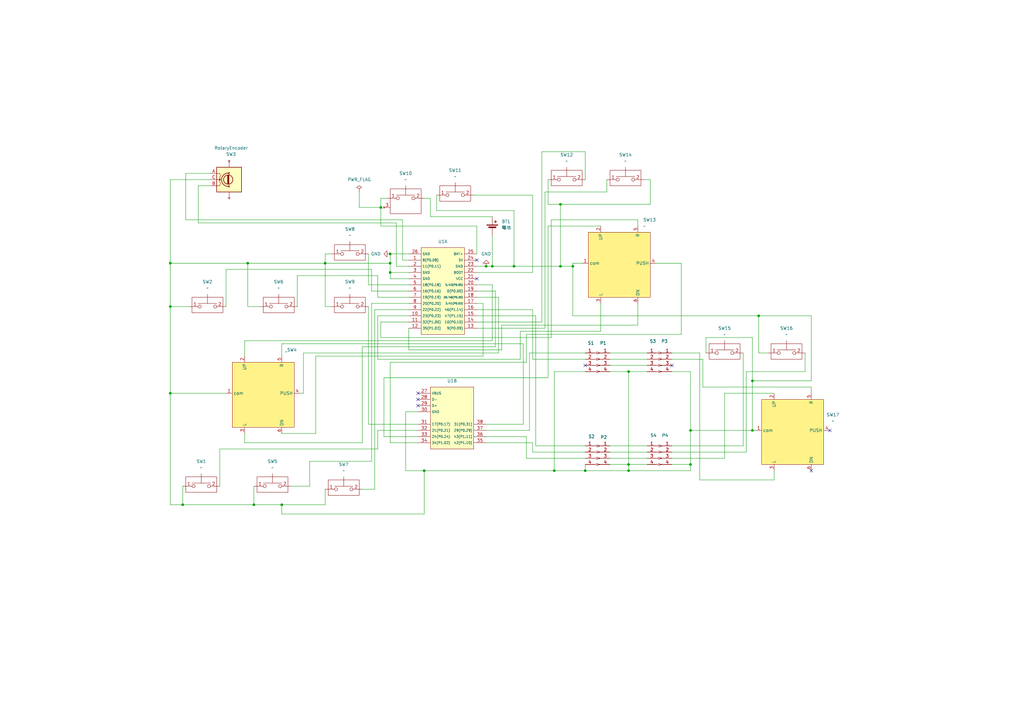
<source format=kicad_sch>
(kicad_sch
	(version 20250114)
	(generator "eeschema")
	(generator_version "9.0")
	(uuid "5c52121b-e98f-41df-802f-fcba2a907a57")
	(paper "A3")
	(title_block
		(title "PegHammer")
		(date "2025")
		(rev "1.2")
	)
	(lib_symbols
		(symbol "power:GND"
			(power)
			(pin_numbers
				(hide yes)
			)
			(pin_names
				(offset 0)
				(hide yes)
			)
			(exclude_from_sim no)
			(in_bom yes)
			(on_board yes)
			(property "Reference" "#PWR"
				(at 0 -6.35 0)
				(effects
					(font
						(size 1.27 1.27)
					)
					(hide yes)
				)
			)
			(property "Value" "GND"
				(at 0 -3.81 0)
				(effects
					(font
						(size 1.27 1.27)
					)
				)
			)
			(property "Footprint" ""
				(at 0 0 0)
				(effects
					(font
						(size 1.27 1.27)
					)
					(hide yes)
				)
			)
			(property "Datasheet" ""
				(at 0 0 0)
				(effects
					(font
						(size 1.27 1.27)
					)
					(hide yes)
				)
			)
			(property "Description" "Power symbol creates a global label with name \"GND\" , ground"
				(at 0 0 0)
				(effects
					(font
						(size 1.27 1.27)
					)
					(hide yes)
				)
			)
			(property "ki_keywords" "global power"
				(at 0 0 0)
				(effects
					(font
						(size 1.27 1.27)
					)
					(hide yes)
				)
			)
			(symbol "GND_0_1"
				(polyline
					(pts
						(xy 0 0) (xy 0 -1.27) (xy 1.27 -1.27) (xy 0 -2.54) (xy -1.27 -1.27) (xy 0 -1.27)
					)
					(stroke
						(width 0)
						(type default)
					)
					(fill
						(type none)
					)
				)
			)
			(symbol "GND_1_1"
				(pin power_in line
					(at 0 0 270)
					(length 0)
					(name "~"
						(effects
							(font
								(size 1.27 1.27)
							)
						)
					)
					(number "1"
						(effects
							(font
								(size 1.27 1.27)
							)
						)
					)
				)
			)
			(embedded_fonts no)
		)
		(symbol "power:PWR_FLAG"
			(power)
			(pin_numbers
				(hide yes)
			)
			(pin_names
				(offset 0)
				(hide yes)
			)
			(exclude_from_sim no)
			(in_bom yes)
			(on_board yes)
			(property "Reference" "#FLG"
				(at 0 1.905 0)
				(effects
					(font
						(size 1.27 1.27)
					)
					(hide yes)
				)
			)
			(property "Value" "PWR_FLAG"
				(at 0 3.81 0)
				(effects
					(font
						(size 1.27 1.27)
					)
				)
			)
			(property "Footprint" ""
				(at 0 0 0)
				(effects
					(font
						(size 1.27 1.27)
					)
					(hide yes)
				)
			)
			(property "Datasheet" "~"
				(at 0 0 0)
				(effects
					(font
						(size 1.27 1.27)
					)
					(hide yes)
				)
			)
			(property "Description" "Special symbol for telling ERC where power comes from"
				(at 0 0 0)
				(effects
					(font
						(size 1.27 1.27)
					)
					(hide yes)
				)
			)
			(property "ki_keywords" "flag power"
				(at 0 0 0)
				(effects
					(font
						(size 1.27 1.27)
					)
					(hide yes)
				)
			)
			(symbol "PWR_FLAG_0_0"
				(pin power_out line
					(at 0 0 90)
					(length 0)
					(name "~"
						(effects
							(font
								(size 1.27 1.27)
							)
						)
					)
					(number "1"
						(effects
							(font
								(size 1.27 1.27)
							)
						)
					)
				)
			)
			(symbol "PWR_FLAG_0_1"
				(polyline
					(pts
						(xy 0 0) (xy 0 1.27) (xy -1.016 1.905) (xy 0 2.54) (xy 1.016 1.905) (xy 0 1.27)
					)
					(stroke
						(width 0)
						(type default)
					)
					(fill
						(type none)
					)
				)
			)
			(embedded_fonts no)
		)
		(symbol "自作ライブラリ:BMP-Boost"
			(exclude_from_sim no)
			(in_bom yes)
			(on_board yes)
			(property "Reference" "U1"
				(at 0 2.54 0)
				(effects
					(font
						(size 1.27 1.27)
					)
				)
			)
			(property "Value" "~"
				(at 0 0 0)
				(effects
					(font
						(size 1.27 1.27)
					)
					(hide yes)
				)
			)
			(property "Footprint" "自作フットプリント:BMP-Boost-full"
				(at 0 0 0)
				(effects
					(font
						(size 1.27 1.27)
					)
					(hide yes)
				)
			)
			(property "Datasheet" ""
				(at 0 0 0)
				(effects
					(font
						(size 1.27 1.27)
					)
					(hide yes)
				)
			)
			(property "Description" ""
				(at 0 0 0)
				(effects
					(font
						(size 1.27 1.27)
					)
					(hide yes)
				)
			)
			(property "ki_locked" ""
				(at 0 0 0)
				(effects
					(font
						(size 1.27 1.27)
					)
				)
			)
			(symbol "BMP-Boost_1_1"
				(rectangle
					(start -8.89 0)
					(end 8.89 -35.56)
					(stroke
						(width 0)
						(type solid)
					)
					(fill
						(type background)
					)
				)
				(pin power_in line
					(at -13.97 -2.54 0)
					(length 5.08)
					(name "GND"
						(effects
							(font
								(size 0.9906 0.9906)
							)
						)
					)
					(number "26"
						(effects
							(font
								(size 1.27 1.27)
							)
						)
					)
				)
				(pin bidirectional line
					(at -13.97 -5.08 0)
					(length 5.08)
					(name "8(P0.08)"
						(effects
							(font
								(size 0.9906 0.9906)
							)
						)
					)
					(number "1"
						(effects
							(font
								(size 1.27 1.27)
							)
						)
					)
				)
				(pin bidirectional line
					(at -13.97 -7.62 0)
					(length 5.08)
					(name "11(P0.11)"
						(effects
							(font
								(size 0.9906 0.9906)
							)
						)
					)
					(number "2"
						(effects
							(font
								(size 1.27 1.27)
							)
						)
					)
				)
				(pin power_in line
					(at -13.97 -10.16 0)
					(length 5.08)
					(name "GND"
						(effects
							(font
								(size 0.9906 0.9906)
							)
						)
					)
					(number "3"
						(effects
							(font
								(size 1.27 1.27)
							)
						)
					)
				)
				(pin power_in line
					(at -13.97 -12.7 0)
					(length 5.08)
					(name "GND"
						(effects
							(font
								(size 0.9906 0.9906)
							)
						)
					)
					(number "4"
						(effects
							(font
								(size 1.27 1.27)
							)
						)
					)
				)
				(pin bidirectional line
					(at -13.97 -15.24 0)
					(length 5.08)
					(name "18(P0.18)"
						(effects
							(font
								(size 0.9906 0.9906)
							)
						)
					)
					(number "5"
						(effects
							(font
								(size 1.27 1.27)
							)
						)
					)
				)
				(pin bidirectional line
					(at -13.97 -17.78 0)
					(length 5.08)
					(name "16(P0.16)"
						(effects
							(font
								(size 0.9906 0.9906)
							)
						)
					)
					(number "6"
						(effects
							(font
								(size 1.27 1.27)
							)
						)
					)
				)
				(pin bidirectional line
					(at -13.97 -20.32 0)
					(length 5.08)
					(name "19(P0.19)"
						(effects
							(font
								(size 0.9906 0.9906)
							)
						)
					)
					(number "7"
						(effects
							(font
								(size 1.27 1.27)
							)
						)
					)
				)
				(pin bidirectional line
					(at -13.97 -22.86 0)
					(length 5.08)
					(name "20(P0.20)"
						(effects
							(font
								(size 0.9906 0.9906)
							)
						)
					)
					(number "8"
						(effects
							(font
								(size 1.27 1.27)
							)
						)
					)
				)
				(pin bidirectional line
					(at -13.97 -25.4 0)
					(length 5.08)
					(name "22(P0.22)"
						(effects
							(font
								(size 0.9906 0.9906)
							)
						)
					)
					(number "9"
						(effects
							(font
								(size 1.27 1.27)
							)
						)
					)
				)
				(pin bidirectional line
					(at -13.97 -27.94 0)
					(length 5.08)
					(name "23(P0.23)"
						(effects
							(font
								(size 0.9906 0.9906)
							)
						)
					)
					(number "10"
						(effects
							(font
								(size 1.27 1.27)
							)
						)
					)
				)
				(pin bidirectional line
					(at -13.97 -30.48 0)
					(length 5.08)
					(name "32(P1.00)"
						(effects
							(font
								(size 0.9906 0.9906)
							)
						)
					)
					(number "11"
						(effects
							(font
								(size 1.27 1.27)
							)
						)
					)
				)
				(pin bidirectional line
					(at -13.97 -33.02 0)
					(length 5.08)
					(name "35(P1.03)"
						(effects
							(font
								(size 0.9906 0.9906)
							)
						)
					)
					(number "12"
						(effects
							(font
								(size 1.27 1.27)
							)
						)
					)
				)
				(pin power_in line
					(at 13.97 -2.54 180)
					(length 5.08)
					(name "BAT+"
						(effects
							(font
								(size 0.9906 0.9906)
							)
						)
					)
					(number "25"
						(effects
							(font
								(size 1.27 1.27)
							)
						)
					)
				)
				(pin power_out line
					(at 13.97 -5.08 180)
					(length 5.08)
					(name "5V"
						(effects
							(font
								(size 0.9906 0.9906)
							)
						)
					)
					(number "24"
						(effects
							(font
								(size 1.27 1.27)
							)
						)
					)
				)
				(pin power_in line
					(at 13.97 -7.62 180)
					(length 5.08)
					(name "GND"
						(effects
							(font
								(size 0.9906 0.9906)
							)
						)
					)
					(number "23"
						(effects
							(font
								(size 1.27 1.27)
							)
						)
					)
				)
				(pin input line
					(at 13.97 -10.16 180)
					(length 5.08)
					(name "BOOT"
						(effects
							(font
								(size 0.9906 0.9906)
							)
						)
					)
					(number "22"
						(effects
							(font
								(size 1.27 1.27)
							)
						)
					)
				)
				(pin power_out line
					(at 13.97 -12.7 180)
					(length 5.08)
					(name "VCC"
						(effects
							(font
								(size 0.9906 0.9906)
							)
						)
					)
					(number "21"
						(effects
							(font
								(size 1.27 1.27)
							)
						)
					)
				)
				(pin bidirectional line
					(at 13.97 -15.24 180)
					(length 5.08)
					(name "5/A3(P0.05)"
						(effects
							(font
								(size 0.762 0.762)
							)
						)
					)
					(number "20"
						(effects
							(font
								(size 1.27 1.27)
							)
						)
					)
				)
				(pin bidirectional line
					(at 13.97 -17.78 180)
					(length 5.08)
					(name "0(P0.00)"
						(effects
							(font
								(size 0.9906 0.9906)
							)
						)
					)
					(number "19"
						(effects
							(font
								(size 1.27 1.27)
							)
						)
					)
				)
				(pin bidirectional line
					(at 13.97 -20.32 180)
					(length 5.08)
					(name "30/A6(P0.30)"
						(effects
							(font
								(size 0.762 0.762)
							)
						)
					)
					(number "18"
						(effects
							(font
								(size 1.27 1.27)
							)
						)
					)
				)
				(pin bidirectional line
					(at 13.97 -22.86 180)
					(length 5.08)
					(name "3/A1(P0.03)"
						(effects
							(font
								(size 0.762 0.762)
							)
						)
					)
					(number "17"
						(effects
							(font
								(size 1.27 1.27)
							)
						)
					)
				)
				(pin bidirectional line
					(at 13.97 -25.4 180)
					(length 5.08)
					(name "46(P1.14)"
						(effects
							(font
								(size 0.9906 0.9906)
							)
						)
					)
					(number "16"
						(effects
							(font
								(size 1.27 1.27)
							)
						)
					)
				)
				(pin bidirectional line
					(at 13.97 -27.94 180)
					(length 5.08)
					(name "47(P1.15)"
						(effects
							(font
								(size 0.9906 0.9906)
							)
						)
					)
					(number "15"
						(effects
							(font
								(size 1.27 1.27)
							)
						)
					)
				)
				(pin bidirectional line
					(at 13.97 -30.48 180)
					(length 5.08)
					(name "10(P0.10)"
						(effects
							(font
								(size 0.9906 0.9906)
							)
						)
					)
					(number "14"
						(effects
							(font
								(size 1.27 1.27)
							)
						)
					)
				)
				(pin bidirectional line
					(at 13.97 -33.02 180)
					(length 5.08)
					(name "9(P0.09)"
						(effects
							(font
								(size 0.9906 0.9906)
							)
						)
					)
					(number "13"
						(effects
							(font
								(size 1.27 1.27)
							)
						)
					)
				)
			)
			(symbol "BMP-Boost_2_1"
				(rectangle
					(start -8.89 0)
					(end 8.89 -25.4)
					(stroke
						(width 0)
						(type solid)
					)
					(fill
						(type background)
					)
				)
				(pin bidirectional line
					(at -13.97 -2.54 0)
					(length 5.08)
					(name "VBUS"
						(effects
							(font
								(size 0.9906 0.9906)
							)
						)
					)
					(number "27"
						(effects
							(font
								(size 1.27 1.27)
							)
						)
					)
				)
				(pin bidirectional line
					(at -13.97 -5.08 0)
					(length 5.08)
					(name "D-"
						(effects
							(font
								(size 0.9906 0.9906)
							)
						)
					)
					(number "28"
						(effects
							(font
								(size 1.27 1.27)
							)
						)
					)
				)
				(pin bidirectional line
					(at -13.97 -7.62 0)
					(length 5.08)
					(name "D+"
						(effects
							(font
								(size 0.9906 0.9906)
							)
						)
					)
					(number "29"
						(effects
							(font
								(size 1.27 1.27)
							)
						)
					)
				)
				(pin power_in line
					(at -13.97 -10.16 0)
					(length 5.08)
					(name "GND"
						(effects
							(font
								(size 0.9906 0.9906)
							)
						)
					)
					(number "30"
						(effects
							(font
								(size 1.27 1.27)
							)
						)
					)
				)
				(pin bidirectional line
					(at -13.97 -15.24 0)
					(length 5.08)
					(name "17(P0.17)"
						(effects
							(font
								(size 0.9906 0.9906)
							)
						)
					)
					(number "31"
						(effects
							(font
								(size 1.27 1.27)
							)
						)
					)
				)
				(pin bidirectional line
					(at -13.97 -17.78 0)
					(length 5.08)
					(name "21(P0.21)"
						(effects
							(font
								(size 0.9906 0.9906)
							)
						)
					)
					(number "32"
						(effects
							(font
								(size 1.27 1.27)
							)
						)
					)
				)
				(pin bidirectional line
					(at -13.97 -20.32 0)
					(length 5.08)
					(name "24(P0.24)"
						(effects
							(font
								(size 0.9906 0.9906)
							)
						)
					)
					(number "33"
						(effects
							(font
								(size 1.27 1.27)
							)
						)
					)
				)
				(pin bidirectional line
					(at -13.97 -22.86 0)
					(length 5.08)
					(name "34(P1.02)"
						(effects
							(font
								(size 0.9906 0.9906)
							)
						)
					)
					(number "34"
						(effects
							(font
								(size 1.27 1.27)
							)
						)
					)
				)
				(pin bidirectional line
					(at 13.97 -15.24 180)
					(length 5.08)
					(name "31(P0.31)"
						(effects
							(font
								(size 0.9906 0.9906)
							)
						)
					)
					(number "38"
						(effects
							(font
								(size 1.27 1.27)
							)
						)
					)
				)
				(pin bidirectional line
					(at 13.97 -17.78 180)
					(length 5.08)
					(name "29(P0.29)"
						(effects
							(font
								(size 0.9906 0.9906)
							)
						)
					)
					(number "37"
						(effects
							(font
								(size 1.27 1.27)
							)
						)
					)
				)
				(pin bidirectional line
					(at 13.97 -20.32 180)
					(length 5.08)
					(name "43(P1.11)"
						(effects
							(font
								(size 0.9906 0.9906)
							)
						)
					)
					(number "36"
						(effects
							(font
								(size 1.27 1.27)
							)
						)
					)
				)
				(pin bidirectional line
					(at 13.97 -22.86 180)
					(length 5.08)
					(name "42(P1.10)"
						(effects
							(font
								(size 0.9906 0.9906)
							)
						)
					)
					(number "35"
						(effects
							(font
								(size 1.27 1.27)
							)
						)
					)
				)
			)
			(embedded_fonts no)
		)
		(symbol "自作ライブラリ:EVQ-Q5"
			(exclude_from_sim no)
			(in_bom yes)
			(on_board yes)
			(property "Reference" "SW"
				(at -0.381 -0.127 0)
				(effects
					(font
						(size 1.27 1.27)
					)
				)
			)
			(property "Value" ""
				(at 0 0 0)
				(effects
					(font
						(size 1.27 1.27)
					)
				)
			)
			(property "Footprint" ""
				(at 0 0 0)
				(effects
					(font
						(size 1.27 1.27)
					)
					(hide yes)
				)
			)
			(property "Datasheet" ""
				(at 0 0 0)
				(effects
					(font
						(size 1.27 1.27)
					)
					(hide yes)
				)
			)
			(property "Description" ""
				(at 0 0 0)
				(effects
					(font
						(size 1.27 1.27)
					)
					(hide yes)
				)
			)
			(symbol "EVQ-Q5_0_1"
				(rectangle
					(start -12.7 12.7)
					(end 12.7 -13.97)
					(stroke
						(width 0)
						(type default)
					)
					(fill
						(type color)
						(color 255 242 136 1)
					)
				)
			)
			(symbol "EVQ-Q5_1_1"
				(pin passive line
					(at -15.24 0 0)
					(length 2.54)
					(name "com"
						(effects
							(font
								(size 1.27 1.27)
							)
						)
					)
					(number "1"
						(effects
							(font
								(size 1.27 1.27)
							)
						)
					)
				)
				(pin passive line
					(at -7.62 15.24 270)
					(length 2.54)
					(name "UP"
						(effects
							(font
								(size 1.27 1.27)
							)
						)
					)
					(number "2"
						(effects
							(font
								(size 1.27 1.27)
							)
						)
					)
				)
				(pin passive line
					(at -7.62 -16.51 90)
					(length 2.54)
					(name "L"
						(effects
							(font
								(size 1.27 1.27)
							)
						)
					)
					(number "3"
						(effects
							(font
								(size 1.27 1.27)
							)
						)
					)
				)
				(pin passive line
					(at 7.62 15.24 270)
					(length 2.54)
					(name "R"
						(effects
							(font
								(size 1.27 1.27)
							)
						)
					)
					(number "5"
						(effects
							(font
								(size 1.27 1.27)
							)
						)
					)
				)
				(pin passive line
					(at 7.62 -16.51 90)
					(length 2.54)
					(name "DN"
						(effects
							(font
								(size 1.27 1.27)
							)
						)
					)
					(number "6"
						(effects
							(font
								(size 1.27 1.27)
							)
						)
					)
				)
				(pin passive line
					(at 15.24 0 180)
					(length 2.54)
					(name "PUSH"
						(effects
							(font
								(size 1.27 1.27)
							)
						)
					)
					(number "4"
						(effects
							(font
								(size 1.27 1.27)
							)
						)
					)
				)
			)
			(embedded_fonts no)
		)
		(symbol "自作ライブラリ:push switch"
			(exclude_from_sim no)
			(in_bom yes)
			(on_board yes)
			(property "Reference" "SW"
				(at 0 6.35 0)
				(effects
					(font
						(size 1.27 1.27)
					)
				)
			)
			(property "Value" ""
				(at 0 0 0)
				(effects
					(font
						(size 1.27 1.27)
					)
				)
			)
			(property "Footprint" ""
				(at 0 0 0)
				(effects
					(font
						(size 1.27 1.27)
					)
					(hide yes)
				)
			)
			(property "Datasheet" ""
				(at 0 0 0)
				(effects
					(font
						(size 1.27 1.27)
					)
					(hide yes)
				)
			)
			(property "Description" ""
				(at 0 0 0)
				(effects
					(font
						(size 1.27 1.27)
					)
					(hide yes)
				)
			)
			(symbol "push switch_0_1"
				(rectangle
					(start -6.35 3.81)
					(end 6.35 -2.54)
					(stroke
						(width 0)
						(type default)
					)
					(fill
						(type none)
					)
				)
				(polyline
					(pts
						(xy -3.81 1.27) (xy 3.81 1.27)
					)
					(stroke
						(width 0)
						(type default)
					)
					(fill
						(type none)
					)
				)
				(polyline
					(pts
						(xy 0 1.27) (xy 0 5.08)
					)
					(stroke
						(width 0)
						(type default)
					)
					(fill
						(type none)
					)
				)
			)
			(symbol "push switch_1_1"
				(pin passive inverted
					(at -7.62 0 0)
					(length 5.08)
					(name ""
						(effects
							(font
								(size 1.27 1.27)
							)
						)
					)
					(number "1"
						(effects
							(font
								(size 1.27 1.27)
							)
						)
					)
				)
				(pin passive inverted
					(at 7.62 0 180)
					(length 5.08)
					(name ""
						(effects
							(font
								(size 1.27 1.27)
							)
						)
					)
					(number "2"
						(effects
							(font
								(size 1.27 1.27)
							)
						)
					)
				)
			)
			(embedded_fonts no)
		)
		(symbol "自作ライブラリ:push_lock_switch2"
			(exclude_from_sim no)
			(in_bom yes)
			(on_board yes)
			(property "Reference" "SW"
				(at 0 6.35 0)
				(effects
					(font
						(size 1.27 1.27)
					)
				)
			)
			(property "Value" ""
				(at 0 0 0)
				(effects
					(font
						(size 1.27 1.27)
					)
				)
			)
			(property "Footprint" ""
				(at 0 0 0)
				(effects
					(font
						(size 1.27 1.27)
					)
					(hide yes)
				)
			)
			(property "Datasheet" ""
				(at 0 0 0)
				(effects
					(font
						(size 1.27 1.27)
					)
					(hide yes)
				)
			)
			(property "Description" ""
				(at 0 0 0)
				(effects
					(font
						(size 1.27 1.27)
					)
					(hide yes)
				)
			)
			(symbol "push_lock_switch2_0_1"
				(rectangle
					(start -6.35 3.81)
					(end 6.35 -6.35)
					(stroke
						(width 0)
						(type default)
					)
					(fill
						(type none)
					)
				)
				(polyline
					(pts
						(xy -3.81 1.27) (xy 3.81 1.27)
					)
					(stroke
						(width 0)
						(type default)
					)
					(fill
						(type none)
					)
				)
				(polyline
					(pts
						(xy 0 1.27) (xy 0 5.08)
					)
					(stroke
						(width 0)
						(type default)
					)
					(fill
						(type none)
					)
				)
			)
			(symbol "push_lock_switch2_1_1"
				(pin no_connect line
					(at -8.89 -3.81 0)
					(length 2.54)
					(name ""
						(effects
							(font
								(size 1.27 1.27)
							)
						)
					)
					(number "3"
						(effects
							(font
								(size 1.27 1.27)
							)
						)
					)
				)
				(pin passive inverted
					(at -7.62 0 0)
					(length 5.08)
					(name ""
						(effects
							(font
								(size 1.27 1.27)
							)
						)
					)
					(number "1"
						(effects
							(font
								(size 1.27 1.27)
							)
						)
					)
				)
				(pin passive inverted
					(at 7.62 0 180)
					(length 5.08)
					(name ""
						(effects
							(font
								(size 1.27 1.27)
							)
						)
					)
					(number "2"
						(effects
							(font
								(size 1.27 1.27)
							)
						)
					)
				)
			)
			(embedded_fonts no)
		)
		(symbol "自作ライブラリ:ピンヘッダ_01x04_オス"
			(pin_names
				(offset 1.016)
				(hide yes)
			)
			(exclude_from_sim no)
			(in_bom yes)
			(on_board yes)
			(property "Reference" "P"
				(at 0 5.08 0)
				(effects
					(font
						(size 1.27 1.27)
					)
				)
			)
			(property "Value" "ピンヘッダ_01x04_オス"
				(at 0 -7.62 0)
				(effects
					(font
						(size 1.27 1.27)
					)
				)
			)
			(property "Footprint" ""
				(at 0 0 0)
				(effects
					(font
						(size 1.27 1.27)
					)
					(hide yes)
				)
			)
			(property "Datasheet" "~"
				(at 0 0 0)
				(effects
					(font
						(size 1.27 1.27)
					)
					(hide yes)
				)
			)
			(property "Description" "Generic connector, single row, 01x04, script generated"
				(at 0 0 0)
				(effects
					(font
						(size 1.27 1.27)
					)
					(hide yes)
				)
			)
			(property "ki_locked" ""
				(at 0 0 0)
				(effects
					(font
						(size 1.27 1.27)
					)
				)
			)
			(property "ki_keywords" "connector"
				(at 0 0 0)
				(effects
					(font
						(size 1.27 1.27)
					)
					(hide yes)
				)
			)
			(property "ki_fp_filters" "Connector*:*_1x??_*"
				(at 0 0 0)
				(effects
					(font
						(size 1.27 1.27)
					)
					(hide yes)
				)
			)
			(symbol "ピンヘッダ_01x04_オス_1_1"
				(rectangle
					(start 0.8636 2.667)
					(end 0 2.413)
					(stroke
						(width 0.1524)
						(type default)
					)
					(fill
						(type outline)
					)
				)
				(rectangle
					(start 0.8636 0.127)
					(end 0 -0.127)
					(stroke
						(width 0.1524)
						(type default)
					)
					(fill
						(type outline)
					)
				)
				(rectangle
					(start 0.8636 -2.413)
					(end 0 -2.667)
					(stroke
						(width 0.1524)
						(type default)
					)
					(fill
						(type outline)
					)
				)
				(rectangle
					(start 0.8636 -4.953)
					(end 0 -5.207)
					(stroke
						(width 0.1524)
						(type default)
					)
					(fill
						(type outline)
					)
				)
				(polyline
					(pts
						(xy 1.27 2.54) (xy 0.8636 2.54)
					)
					(stroke
						(width 0.1524)
						(type default)
					)
					(fill
						(type none)
					)
				)
				(polyline
					(pts
						(xy 1.27 0) (xy 0.8636 0)
					)
					(stroke
						(width 0.1524)
						(type default)
					)
					(fill
						(type none)
					)
				)
				(polyline
					(pts
						(xy 1.27 -2.54) (xy 0.8636 -2.54)
					)
					(stroke
						(width 0.1524)
						(type default)
					)
					(fill
						(type none)
					)
				)
				(polyline
					(pts
						(xy 1.27 -5.08) (xy 0.8636 -5.08)
					)
					(stroke
						(width 0.1524)
						(type default)
					)
					(fill
						(type none)
					)
				)
				(pin passive line
					(at 5.08 2.54 180)
					(length 3.81)
					(name "Pin_1"
						(effects
							(font
								(size 1.27 1.27)
							)
						)
					)
					(number "1"
						(effects
							(font
								(size 1.27 1.27)
							)
						)
					)
				)
				(pin passive line
					(at 5.08 0 180)
					(length 3.81)
					(name "Pin_2"
						(effects
							(font
								(size 1.27 1.27)
							)
						)
					)
					(number "2"
						(effects
							(font
								(size 1.27 1.27)
							)
						)
					)
				)
				(pin passive line
					(at 5.08 -2.54 180)
					(length 3.81)
					(name "Pin_3"
						(effects
							(font
								(size 1.27 1.27)
							)
						)
					)
					(number "3"
						(effects
							(font
								(size 1.27 1.27)
							)
						)
					)
				)
				(pin passive line
					(at 5.08 -5.08 180)
					(length 3.81)
					(name "Pin_4"
						(effects
							(font
								(size 1.27 1.27)
							)
						)
					)
					(number "4"
						(effects
							(font
								(size 1.27 1.27)
							)
						)
					)
				)
			)
			(embedded_fonts no)
		)
		(symbol "自作ライブラリ:ピンヘッダ_01x04_メス"
			(pin_names
				(offset 1.016)
				(hide yes)
			)
			(exclude_from_sim no)
			(in_bom yes)
			(on_board yes)
			(property "Reference" "S"
				(at 0 5.08 0)
				(effects
					(font
						(size 1.27 1.27)
					)
				)
			)
			(property "Value" "ピンヘッダ_01x04_メス"
				(at 0 -7.62 0)
				(effects
					(font
						(size 1.27 1.27)
					)
				)
			)
			(property "Footprint" ""
				(at 0 0 0)
				(effects
					(font
						(size 1.27 1.27)
					)
					(hide yes)
				)
			)
			(property "Datasheet" "~"
				(at 0 0 0)
				(effects
					(font
						(size 1.27 1.27)
					)
					(hide yes)
				)
			)
			(property "Description" "Generic connector, single row, 01x04, script generated"
				(at 0 0 0)
				(effects
					(font
						(size 1.27 1.27)
					)
					(hide yes)
				)
			)
			(property "ki_locked" ""
				(at 0 0 0)
				(effects
					(font
						(size 1.27 1.27)
					)
				)
			)
			(property "ki_keywords" "connector"
				(at 0 0 0)
				(effects
					(font
						(size 1.27 1.27)
					)
					(hide yes)
				)
			)
			(property "ki_fp_filters" "Connector*:*_1x??_*"
				(at 0 0 0)
				(effects
					(font
						(size 1.27 1.27)
					)
					(hide yes)
				)
			)
			(symbol "ピンヘッダ_01x04_メス_1_1"
				(polyline
					(pts
						(xy -1.27 2.54) (xy -0.508 2.54)
					)
					(stroke
						(width 0.1524)
						(type default)
					)
					(fill
						(type none)
					)
				)
				(polyline
					(pts
						(xy -1.27 0) (xy -0.508 0)
					)
					(stroke
						(width 0.1524)
						(type default)
					)
					(fill
						(type none)
					)
				)
				(polyline
					(pts
						(xy -1.27 -2.54) (xy -0.508 -2.54)
					)
					(stroke
						(width 0.1524)
						(type default)
					)
					(fill
						(type none)
					)
				)
				(polyline
					(pts
						(xy -1.27 -5.08) (xy -0.508 -5.08)
					)
					(stroke
						(width 0.1524)
						(type default)
					)
					(fill
						(type none)
					)
				)
				(arc
					(start 0 2.032)
					(mid -0.5058 2.54)
					(end 0 3.048)
					(stroke
						(width 0.1524)
						(type default)
					)
					(fill
						(type none)
					)
				)
				(arc
					(start 0 -0.508)
					(mid -0.5058 0)
					(end 0 0.508)
					(stroke
						(width 0.1524)
						(type default)
					)
					(fill
						(type none)
					)
				)
				(arc
					(start 0 -3.048)
					(mid -0.5058 -2.54)
					(end 0 -2.032)
					(stroke
						(width 0.1524)
						(type default)
					)
					(fill
						(type none)
					)
				)
				(arc
					(start 0 -5.588)
					(mid -0.5058 -5.08)
					(end 0 -4.572)
					(stroke
						(width 0.1524)
						(type default)
					)
					(fill
						(type none)
					)
				)
				(pin passive line
					(at -5.08 2.54 0)
					(length 3.81)
					(name "Pin_1"
						(effects
							(font
								(size 1.27 1.27)
							)
						)
					)
					(number "1"
						(effects
							(font
								(size 1.27 1.27)
							)
						)
					)
				)
				(pin passive line
					(at -5.08 0 0)
					(length 3.81)
					(name "Pin_2"
						(effects
							(font
								(size 1.27 1.27)
							)
						)
					)
					(number "2"
						(effects
							(font
								(size 1.27 1.27)
							)
						)
					)
				)
				(pin passive line
					(at -5.08 -2.54 0)
					(length 3.81)
					(name "Pin_3"
						(effects
							(font
								(size 1.27 1.27)
							)
						)
					)
					(number "3"
						(effects
							(font
								(size 1.27 1.27)
							)
						)
					)
				)
				(pin passive line
					(at -5.08 -5.08 0)
					(length 3.81)
					(name "Pin_4"
						(effects
							(font
								(size 1.27 1.27)
							)
						)
					)
					(number "4"
						(effects
							(font
								(size 1.27 1.27)
							)
						)
					)
				)
			)
			(embedded_fonts no)
		)
		(symbol "自作ライブラリ:ロータリーエンコーダ"
			(pin_names
				(offset 0.254)
				(hide yes)
			)
			(exclude_from_sim no)
			(in_bom yes)
			(on_board yes)
			(property "Reference" "SW"
				(at -3.048 6.604 0)
				(effects
					(font
						(size 1.27 1.27)
					)
				)
			)
			(property "Value" "ロータリーエンコーダ"
				(at 0 -6.604 0)
				(effects
					(font
						(size 1.27 1.27)
					)
				)
			)
			(property "Footprint" ""
				(at -3.81 4.064 0)
				(effects
					(font
						(size 1.27 1.27)
					)
					(hide yes)
				)
			)
			(property "Datasheet" "~"
				(at 0 6.604 0)
				(effects
					(font
						(size 1.27 1.27)
					)
					(hide yes)
				)
			)
			(property "Description" "Rotary encoder, dual channel, incremental quadrate outputs"
				(at 0 0 0)
				(effects
					(font
						(size 1.27 1.27)
					)
					(hide yes)
				)
			)
			(property "ki_keywords" "rotary switch encoder"
				(at 0 0 0)
				(effects
					(font
						(size 1.27 1.27)
					)
					(hide yes)
				)
			)
			(property "ki_fp_filters" "RotaryEncoder*"
				(at 0 0 0)
				(effects
					(font
						(size 1.27 1.27)
					)
					(hide yes)
				)
			)
			(symbol "ロータリーエンコーダ_0_1"
				(rectangle
					(start -5.08 5.08)
					(end 5.08 -5.08)
					(stroke
						(width 0.254)
						(type default)
					)
					(fill
						(type background)
					)
				)
				(polyline
					(pts
						(xy -5.08 2.54) (xy -3.81 2.54) (xy -3.81 2.032)
					)
					(stroke
						(width 0)
						(type default)
					)
					(fill
						(type none)
					)
				)
				(polyline
					(pts
						(xy -5.08 0) (xy -3.81 0) (xy -3.81 -1.016) (xy -3.302 -2.032)
					)
					(stroke
						(width 0)
						(type default)
					)
					(fill
						(type none)
					)
				)
				(polyline
					(pts
						(xy -5.08 -2.54) (xy -3.81 -2.54) (xy -3.81 -2.032)
					)
					(stroke
						(width 0)
						(type default)
					)
					(fill
						(type none)
					)
				)
				(polyline
					(pts
						(xy -4.318 0) (xy -3.81 0) (xy -3.81 1.016) (xy -3.302 2.032)
					)
					(stroke
						(width 0)
						(type default)
					)
					(fill
						(type none)
					)
				)
				(circle
					(center -3.81 0)
					(radius 0.254)
					(stroke
						(width 0)
						(type default)
					)
					(fill
						(type outline)
					)
				)
				(polyline
					(pts
						(xy -0.635 -1.778) (xy -0.635 1.778)
					)
					(stroke
						(width 0.254)
						(type default)
					)
					(fill
						(type none)
					)
				)
				(circle
					(center -0.381 0)
					(radius 1.905)
					(stroke
						(width 0.254)
						(type default)
					)
					(fill
						(type none)
					)
				)
				(polyline
					(pts
						(xy -0.381 -1.778) (xy -0.381 1.778)
					)
					(stroke
						(width 0.254)
						(type default)
					)
					(fill
						(type none)
					)
				)
				(arc
					(start -0.381 -2.794)
					(mid -3.0988 -0.0635)
					(end -0.381 2.667)
					(stroke
						(width 0.254)
						(type default)
					)
					(fill
						(type none)
					)
				)
				(polyline
					(pts
						(xy -0.127 1.778) (xy -0.127 -1.778)
					)
					(stroke
						(width 0.254)
						(type default)
					)
					(fill
						(type none)
					)
				)
				(polyline
					(pts
						(xy 0.254 2.921) (xy -0.508 2.667) (xy 0.127 2.286)
					)
					(stroke
						(width 0.254)
						(type default)
					)
					(fill
						(type none)
					)
				)
				(polyline
					(pts
						(xy 0.254 -3.048) (xy -0.508 -2.794) (xy 0.127 -2.413)
					)
					(stroke
						(width 0.254)
						(type default)
					)
					(fill
						(type none)
					)
				)
			)
			(symbol "ロータリーエンコーダ_1_1"
				(pin passive line
					(at -7.62 2.54 0)
					(length 2.54)
					(name "A"
						(effects
							(font
								(size 1.27 1.27)
							)
						)
					)
					(number "A"
						(effects
							(font
								(size 1.27 1.27)
							)
						)
					)
				)
				(pin passive line
					(at -7.62 0 0)
					(length 2.54)
					(name "C"
						(effects
							(font
								(size 1.27 1.27)
							)
						)
					)
					(number "C"
						(effects
							(font
								(size 1.27 1.27)
							)
						)
					)
				)
				(pin passive line
					(at -7.62 -2.54 0)
					(length 2.54)
					(name "B"
						(effects
							(font
								(size 1.27 1.27)
							)
						)
					)
					(number "B"
						(effects
							(font
								(size 1.27 1.27)
							)
						)
					)
				)
				(pin no_connect line
					(at 0 7.62 270)
					(length 2.54)
					(name ""
						(effects
							(font
								(size 1.27 1.27)
							)
						)
					)
					(number ""
						(effects
							(font
								(size 1.27 1.27)
							)
						)
					)
				)
				(pin no_connect line
					(at 0 -7.62 90)
					(length 2.54)
					(name ""
						(effects
							(font
								(size 1.27 1.27)
							)
						)
					)
					(number ""
						(effects
							(font
								(size 1.27 1.27)
							)
						)
					)
				)
			)
			(embedded_fonts no)
		)
		(symbol "自作ライブラリ:電池"
			(pin_numbers
				(hide yes)
			)
			(pin_names
				(offset 0)
				(hide yes)
			)
			(exclude_from_sim no)
			(in_bom yes)
			(on_board yes)
			(property "Reference" "BT"
				(at 2.54 2.54 0)
				(effects
					(font
						(size 1.27 1.27)
					)
					(justify left)
				)
			)
			(property "Value" "電池"
				(at 2.54 0 0)
				(effects
					(font
						(size 1.27 1.27)
					)
					(justify left)
				)
			)
			(property "Footprint" ""
				(at 0 1.524 90)
				(effects
					(font
						(size 1.27 1.27)
					)
					(hide yes)
				)
			)
			(property "Datasheet" "~"
				(at 0 1.524 90)
				(effects
					(font
						(size 1.27 1.27)
					)
					(hide yes)
				)
			)
			(property "Description" "Single-cell battery"
				(at 0 0 0)
				(effects
					(font
						(size 1.27 1.27)
					)
					(hide yes)
				)
			)
			(property "ki_keywords" "battery cell"
				(at 0 0 0)
				(effects
					(font
						(size 1.27 1.27)
					)
					(hide yes)
				)
			)
			(symbol "電池_0_1"
				(rectangle
					(start -2.286 1.778)
					(end 2.286 1.524)
					(stroke
						(width 0)
						(type default)
					)
					(fill
						(type outline)
					)
				)
				(rectangle
					(start -1.524 1.016)
					(end 1.524 0.508)
					(stroke
						(width 0)
						(type default)
					)
					(fill
						(type outline)
					)
				)
				(polyline
					(pts
						(xy 0 1.778) (xy 0 2.54)
					)
					(stroke
						(width 0)
						(type default)
					)
					(fill
						(type none)
					)
				)
				(polyline
					(pts
						(xy 0 0.762) (xy 0 0)
					)
					(stroke
						(width 0)
						(type default)
					)
					(fill
						(type none)
					)
				)
				(polyline
					(pts
						(xy 0.762 3.048) (xy 1.778 3.048)
					)
					(stroke
						(width 0.254)
						(type default)
					)
					(fill
						(type none)
					)
				)
				(polyline
					(pts
						(xy 1.27 3.556) (xy 1.27 2.54)
					)
					(stroke
						(width 0.254)
						(type default)
					)
					(fill
						(type none)
					)
				)
			)
			(symbol "電池_1_1"
				(pin power_out line
					(at 0 5.08 270)
					(length 2.54)
					(name "+"
						(effects
							(font
								(size 1.27 1.27)
							)
						)
					)
					(number "1"
						(effects
							(font
								(size 1.27 1.27)
							)
						)
					)
				)
				(pin power_out line
					(at 0 -2.54 90)
					(length 2.54)
					(name "-"
						(effects
							(font
								(size 1.27 1.27)
							)
						)
					)
					(number "2"
						(effects
							(font
								(size 1.27 1.27)
							)
						)
					)
				)
			)
			(embedded_fonts no)
		)
	)
	(junction
		(at 160.02 104.14)
		(diameter 0)
		(color 0 0 0 0)
		(uuid "00438310-79d9-4bfe-b8dc-e90bf6c72765")
	)
	(junction
		(at 115.57 207.01)
		(diameter 0)
		(color 0 0 0 0)
		(uuid "15aa5e36-ebee-4197-9f2a-391b7ab4ab33")
	)
	(junction
		(at 156.21 85.09)
		(diameter 0)
		(color 0 0 0 0)
		(uuid "183b5c7d-3c97-4554-8365-130408589513")
	)
	(junction
		(at 257.81 152.4)
		(diameter 0)
		(color 0 0 0 0)
		(uuid "3bef4a5f-e7a9-4c05-a723-1735fd6c92d8")
	)
	(junction
		(at 240.03 193.04)
		(diameter 0)
		(color 0 0 0 0)
		(uuid "3c21142a-3d86-4637-8fed-3346f6b55895")
	)
	(junction
		(at 173.99 193.04)
		(diameter 0)
		(color 0 0 0 0)
		(uuid "41f07b15-6c9c-4892-9f5d-22d252e1040a")
	)
	(junction
		(at 283.21 176.53)
		(diameter 0)
		(color 0 0 0 0)
		(uuid "55082a73-d5d0-4bc7-b804-e9fcb303321e")
	)
	(junction
		(at 311.15 129.54)
		(diameter 0)
		(color 0 0 0 0)
		(uuid "5e6fd71a-88a1-4ed2-b2f2-611ac62be90f")
	)
	(junction
		(at 227.33 193.04)
		(diameter 0)
		(color 0 0 0 0)
		(uuid "72e0d58d-93e6-4c36-b3cf-4b9e68ae979a")
	)
	(junction
		(at 308.61 176.53)
		(diameter 0)
		(color 0 0 0 0)
		(uuid "9147f2e1-1092-45c3-8667-1e68579469ab")
	)
	(junction
		(at 229.87 109.22)
		(diameter 0)
		(color 0 0 0 0)
		(uuid "987abca9-3aa0-4149-b560-334226bc15d0")
	)
	(junction
		(at 101.6 107.95)
		(diameter 0)
		(color 0 0 0 0)
		(uuid "9bf04e91-057b-48ec-b4a2-a05935790845")
	)
	(junction
		(at 69.85 107.95)
		(diameter 0)
		(color 0 0 0 0)
		(uuid "a4fbbbeb-21ae-4f14-be15-631bb6bdea88")
	)
	(junction
		(at 133.35 107.95)
		(diameter 0)
		(color 0 0 0 0)
		(uuid "b5e1cd4a-2f32-48fd-89ae-93a055e18cae")
	)
	(junction
		(at 201.93 109.22)
		(diameter 0)
		(color 0 0 0 0)
		(uuid "b62b27a9-ffb2-4a5f-9e69-0623f126cb46")
	)
	(junction
		(at 229.87 83.82)
		(diameter 0)
		(color 0 0 0 0)
		(uuid "b90b2964-e52a-4581-88c8-276bccfeacbe")
	)
	(junction
		(at 234.95 109.22)
		(diameter 0)
		(color 0 0 0 0)
		(uuid "c005c5c6-ea58-4c6a-94a4-856372e8e976")
	)
	(junction
		(at 104.14 207.01)
		(diameter 0)
		(color 0 0 0 0)
		(uuid "c47a874b-0535-4f53-81a7-13ebd5cc1eab")
	)
	(junction
		(at 308.61 156.21)
		(diameter 0)
		(color 0 0 0 0)
		(uuid "c5ec01d5-3c37-43e4-aa35-7d5daf8f344d")
	)
	(junction
		(at 160.02 111.76)
		(diameter 0)
		(color 0 0 0 0)
		(uuid "ced4f387-d0f7-435e-ad7b-ffc468a72c66")
	)
	(junction
		(at 199.39 109.22)
		(diameter 0)
		(color 0 0 0 0)
		(uuid "d6b25348-6315-4495-b841-93ac8482dff8")
	)
	(junction
		(at 69.85 161.29)
		(diameter 0)
		(color 0 0 0 0)
		(uuid "d76ee716-aa86-4040-9872-b92e50c58738")
	)
	(junction
		(at 257.81 193.04)
		(diameter 0)
		(color 0 0 0 0)
		(uuid "e34baf6b-b12a-4834-9b85-eeded1e265b5")
	)
	(junction
		(at 69.85 125.73)
		(diameter 0)
		(color 0 0 0 0)
		(uuid "e54e5556-b8fc-4b76-b3e3-04e7dea6d01c")
	)
	(junction
		(at 160.02 107.95)
		(diameter 0)
		(color 0 0 0 0)
		(uuid "e68aa427-5387-4258-b886-5dc449025366")
	)
	(junction
		(at 283.21 190.5)
		(diameter 0)
		(color 0 0 0 0)
		(uuid "ed372e8b-690f-4aa3-951d-891a182dac0c")
	)
	(junction
		(at 257.81 190.5)
		(diameter 0)
		(color 0 0 0 0)
		(uuid "ed67cab8-2812-4fe8-a2aa-bcfd19afa338")
	)
	(junction
		(at 74.93 207.01)
		(diameter 0)
		(color 0 0 0 0)
		(uuid "f25805b2-bc9e-4f54-a03b-911ab09339d9")
	)
	(junction
		(at 210.82 109.22)
		(diameter 0)
		(color 0 0 0 0)
		(uuid "f40bc3f3-86c2-4f56-9738-6aa068750f4b")
	)
	(no_connect
		(at 195.58 114.3)
		(uuid "1d250b51-87fa-43c8-9f12-616c6e9e90e0")
	)
	(no_connect
		(at 171.45 166.37)
		(uuid "5404111d-ba0e-4288-aa39-7d73861e1227")
	)
	(no_connect
		(at 195.58 106.68)
		(uuid "72f3683b-69f1-4590-a2d4-74a68b758c7a")
	)
	(no_connect
		(at 332.74 193.04)
		(uuid "800dfb22-0bca-4209-b2bc-3fb9e4279fea")
	)
	(no_connect
		(at 171.45 161.29)
		(uuid "9e30fe81-5144-4665-9937-df37f3170b6f")
	)
	(no_connect
		(at 340.36 176.53)
		(uuid "a22c6bfa-68b8-480b-b2c9-26b3db39f7c6")
	)
	(no_connect
		(at 171.45 163.83)
		(uuid "a8536d52-2576-49cb-bd21-28dd7e7e5fb6")
	)
	(no_connect
		(at 275.59 149.86)
		(uuid "b1844bbd-bc55-4849-885a-2cd53c8c821b")
	)
	(no_connect
		(at 240.03 149.86)
		(uuid "f5bbd151-2e8c-4689-99e1-ec00e22c8c49")
	)
	(wire
		(pts
			(xy 215.9 187.96) (xy 240.03 187.96)
		)
		(stroke
			(width 0)
			(type default)
		)
		(uuid "0086c7c7-fbd8-4f03-97dc-f180b4e8e9aa")
	)
	(wire
		(pts
			(xy 214.63 173.99) (xy 199.39 173.99)
		)
		(stroke
			(width 0)
			(type default)
		)
		(uuid "039dee40-4ecf-490c-a479-d86dc9bb6df2")
	)
	(wire
		(pts
			(xy 266.7 73.66) (xy 266.7 83.82)
		)
		(stroke
			(width 0)
			(type default)
		)
		(uuid "042584fc-0ae9-46c7-8dd9-3d14585db298")
	)
	(wire
		(pts
			(xy 115.57 140.97) (xy 214.63 140.97)
		)
		(stroke
			(width 0)
			(type default)
		)
		(uuid "08cbe712-1872-4cee-8a80-57124a29cb2e")
	)
	(wire
		(pts
			(xy 129.54 146.05) (xy 198.12 146.05)
		)
		(stroke
			(width 0)
			(type default)
		)
		(uuid "0b851396-be23-4fa8-b6cf-9c90777204b1")
	)
	(wire
		(pts
			(xy 304.8 144.78) (xy 304.8 182.88)
		)
		(stroke
			(width 0)
			(type default)
		)
		(uuid "0c9f2a26-2b06-4acc-8bf4-7594c6314b5c")
	)
	(wire
		(pts
			(xy 219.71 182.88) (xy 219.71 129.54)
		)
		(stroke
			(width 0)
			(type default)
		)
		(uuid "0d260b42-18c1-4ed5-b83d-58d3c7299002")
	)
	(wire
		(pts
			(xy 218.44 185.42) (xy 218.44 181.61)
		)
		(stroke
			(width 0)
			(type default)
		)
		(uuid "0e2628c3-133b-4dfc-a386-522863ecf647")
	)
	(wire
		(pts
			(xy 308.61 138.43) (xy 308.61 156.21)
		)
		(stroke
			(width 0)
			(type default)
		)
		(uuid "0e3e67e0-cc43-4b19-b406-9cf6103a2011")
	)
	(wire
		(pts
			(xy 101.6 125.73) (xy 106.68 125.73)
		)
		(stroke
			(width 0)
			(type default)
		)
		(uuid "0f24ba14-298a-4227-b1c5-0b1a330f4617")
	)
	(wire
		(pts
			(xy 257.81 190.5) (xy 257.81 193.04)
		)
		(stroke
			(width 0)
			(type default)
		)
		(uuid "0f70a957-96d3-4955-9314-7d0d65797e18")
	)
	(wire
		(pts
			(xy 162.56 109.22) (xy 162.56 91.44)
		)
		(stroke
			(width 0)
			(type default)
		)
		(uuid "0f93b3a3-f11c-45fb-ad30-22b087983665")
	)
	(wire
		(pts
			(xy 160.02 114.3) (xy 160.02 111.76)
		)
		(stroke
			(width 0)
			(type default)
		)
		(uuid "12440ff7-d281-4006-9495-d6a7b5a4d3fd")
	)
	(wire
		(pts
			(xy 250.19 182.88) (xy 265.43 182.88)
		)
		(stroke
			(width 0)
			(type default)
		)
		(uuid "12715718-3d9f-403f-abf5-fdd8b68f7059")
	)
	(wire
		(pts
			(xy 167.64 109.22) (xy 162.56 109.22)
		)
		(stroke
			(width 0)
			(type default)
		)
		(uuid "128b0916-8686-40d9-833c-ec241b2c02f5")
	)
	(wire
		(pts
			(xy 261.62 133.35) (xy 205.74 133.35)
		)
		(stroke
			(width 0)
			(type default)
		)
		(uuid "128e885e-a566-4292-b076-07455ed32551")
	)
	(wire
		(pts
			(xy 224.79 73.66) (xy 224.79 83.82)
		)
		(stroke
			(width 0)
			(type default)
		)
		(uuid "13833c7d-e719-40af-b132-8dbce75ae882")
	)
	(wire
		(pts
			(xy 195.58 134.62) (xy 223.52 134.62)
		)
		(stroke
			(width 0)
			(type default)
		)
		(uuid "13b618d9-aadc-453f-ac2a-be577ba9b89d")
	)
	(wire
		(pts
			(xy 154.94 147.32) (xy 213.36 147.32)
		)
		(stroke
			(width 0)
			(type default)
		)
		(uuid "151937db-a94d-4a2a-8684-c7fdcc305c72")
	)
	(wire
		(pts
			(xy 69.85 161.29) (xy 92.71 161.29)
		)
		(stroke
			(width 0)
			(type default)
		)
		(uuid "1627abc5-507a-4e7a-866b-a5123bd30610")
	)
	(wire
		(pts
			(xy 240.03 152.4) (xy 227.33 152.4)
		)
		(stroke
			(width 0)
			(type default)
		)
		(uuid "198bc71d-2796-48bd-bab1-50d71a2e7854")
	)
	(wire
		(pts
			(xy 240.03 193.04) (xy 257.81 193.04)
		)
		(stroke
			(width 0)
			(type default)
		)
		(uuid "1a92a5d7-9b48-4789-afe0-e9f8e4b42d39")
	)
	(wire
		(pts
			(xy 240.03 190.5) (xy 240.03 193.04)
		)
		(stroke
			(width 0)
			(type default)
		)
		(uuid "1ac8ad17-4fb6-40d6-a3bb-afb8c1611e2f")
	)
	(wire
		(pts
			(xy 240.03 62.23) (xy 240.03 73.66)
		)
		(stroke
			(width 0)
			(type default)
		)
		(uuid "1b0f3c86-8072-47a7-8234-fbf307bf8358")
	)
	(wire
		(pts
			(xy 69.85 125.73) (xy 69.85 107.95)
		)
		(stroke
			(width 0)
			(type default)
		)
		(uuid "1c481843-b9ce-4dca-9ae0-cb67f912e4ae")
	)
	(wire
		(pts
			(xy 165.1 90.17) (xy 165.1 106.68)
		)
		(stroke
			(width 0)
			(type default)
		)
		(uuid "1cb9df25-0fd6-4936-b4c1-066911660a2e")
	)
	(wire
		(pts
			(xy 308.61 156.21) (xy 332.74 156.21)
		)
		(stroke
			(width 0)
			(type default)
		)
		(uuid "1e1ba5df-31e7-45db-91f1-fe3f3d92980f")
	)
	(wire
		(pts
			(xy 154.94 176.53) (xy 154.94 184.15)
		)
		(stroke
			(width 0)
			(type default)
		)
		(uuid "1fd40432-23b6-4ff5-9c5e-fe5ebb647aa4")
	)
	(wire
		(pts
			(xy 156.21 85.09) (xy 156.21 81.28)
		)
		(stroke
			(width 0)
			(type default)
		)
		(uuid "201c6c90-6f1d-4413-9460-8c06c295bb6e")
	)
	(wire
		(pts
			(xy 133.35 200.66) (xy 133.35 207.01)
		)
		(stroke
			(width 0)
			(type default)
		)
		(uuid "20a3519f-f572-4a19-870d-f8e542756f74")
	)
	(wire
		(pts
			(xy 152.4 110.49) (xy 152.4 119.38)
		)
		(stroke
			(width 0)
			(type default)
		)
		(uuid "2124d23d-80bd-42ed-a35b-5659dc1129ab")
	)
	(wire
		(pts
			(xy 226.06 90.17) (xy 261.62 90.17)
		)
		(stroke
			(width 0)
			(type default)
		)
		(uuid "22d9e3d7-6072-4d24-8b18-76a942f35805")
	)
	(wire
		(pts
			(xy 215.9 137.16) (xy 279.4 137.16)
		)
		(stroke
			(width 0)
			(type default)
		)
		(uuid "23ed98d6-143a-47ab-b04f-c095babff17f")
	)
	(wire
		(pts
			(xy 156.21 81.28) (xy 158.75 81.28)
		)
		(stroke
			(width 0)
			(type default)
		)
		(uuid "25fe50c4-5aeb-491d-9012-72257185c662")
	)
	(wire
		(pts
			(xy 317.5 161.29) (xy 297.18 161.29)
		)
		(stroke
			(width 0)
			(type default)
		)
		(uuid "28eb3032-bb9c-4a0f-90f2-75234d4c3351")
	)
	(wire
		(pts
			(xy 74.93 199.39) (xy 74.93 207.01)
		)
		(stroke
			(width 0)
			(type default)
		)
		(uuid "29522a34-eeac-406b-b915-1d1c4f7b168e")
	)
	(wire
		(pts
			(xy 229.87 83.82) (xy 229.87 109.22)
		)
		(stroke
			(width 0)
			(type default)
		)
		(uuid "2a552eb7-f823-4352-9de0-ec093f7dc01f")
	)
	(wire
		(pts
			(xy 166.37 168.91) (xy 166.37 193.04)
		)
		(stroke
			(width 0)
			(type default)
		)
		(uuid "2ace6f53-5df3-450e-9cb5-a78cb8a912a5")
	)
	(wire
		(pts
			(xy 154.94 129.54) (xy 154.94 147.32)
		)
		(stroke
			(width 0)
			(type default)
		)
		(uuid "2b0e1a32-fbf7-4f86-9a57-e8bd66ce312d")
	)
	(wire
		(pts
			(xy 222.25 62.23) (xy 222.25 132.08)
		)
		(stroke
			(width 0)
			(type default)
		)
		(uuid "2bac74db-607e-4be3-bb61-afa338a2eb54")
	)
	(wire
		(pts
			(xy 148.59 181.61) (xy 148.59 142.24)
		)
		(stroke
			(width 0)
			(type default)
		)
		(uuid "2c6d6593-c3d7-4a5d-994f-f95355c67e8c")
	)
	(wire
		(pts
			(xy 92.71 110.49) (xy 152.4 110.49)
		)
		(stroke
			(width 0)
			(type default)
		)
		(uuid "2cb013df-6774-4840-86d2-89323fda12c7")
	)
	(wire
		(pts
			(xy 257.81 190.5) (xy 265.43 190.5)
		)
		(stroke
			(width 0)
			(type default)
		)
		(uuid "2d5594c5-e1fd-439d-9bca-b66360e10350")
	)
	(wire
		(pts
			(xy 194.31 80.01) (xy 218.44 80.01)
		)
		(stroke
			(width 0)
			(type default)
		)
		(uuid "2dac6371-0588-4113-afe8-1a38b7fa384a")
	)
	(wire
		(pts
			(xy 289.56 138.43) (xy 308.61 138.43)
		)
		(stroke
			(width 0)
			(type default)
		)
		(uuid "2e795e48-ee4a-47f8-93dc-fc27e776b613")
	)
	(wire
		(pts
			(xy 171.45 173.99) (xy 151.13 173.99)
		)
		(stroke
			(width 0)
			(type default)
		)
		(uuid "2ee9c7cf-7c38-40c2-bfa7-29383449d439")
	)
	(wire
		(pts
			(xy 275.59 147.32) (xy 288.29 147.32)
		)
		(stroke
			(width 0)
			(type default)
		)
		(uuid "30ad5172-f8d2-46a1-b994-cf9623a55256")
	)
	(wire
		(pts
			(xy 179.07 80.01) (xy 179.07 86.36)
		)
		(stroke
			(width 0)
			(type default)
		)
		(uuid "327eec85-a79e-47c2-9889-d4eba44343d7")
	)
	(wire
		(pts
			(xy 133.35 107.95) (xy 160.02 107.95)
		)
		(stroke
			(width 0)
			(type default)
		)
		(uuid "33f9a9aa-ef4c-4998-b530-f98c767a3286")
	)
	(wire
		(pts
			(xy 257.81 193.04) (xy 283.21 193.04)
		)
		(stroke
			(width 0)
			(type default)
		)
		(uuid "35b608a2-4261-4e6e-a81a-4664e93dfe07")
	)
	(wire
		(pts
			(xy 261.62 124.46) (xy 261.62 133.35)
		)
		(stroke
			(width 0)
			(type default)
		)
		(uuid "36a6b653-c213-4bcb-80d4-f87d6ae46682")
	)
	(wire
		(pts
			(xy 264.16 73.66) (xy 266.7 73.66)
		)
		(stroke
			(width 0)
			(type default)
		)
		(uuid "3a13d8c7-c3e2-402c-86be-77c4fac8f485")
	)
	(wire
		(pts
			(xy 160.02 104.14) (xy 160.02 107.95)
		)
		(stroke
			(width 0)
			(type default)
		)
		(uuid "3c3dd21f-5fb9-4cf0-a3bb-5f0e14585264")
	)
	(wire
		(pts
			(xy 204.47 144.78) (xy 124.46 144.78)
		)
		(stroke
			(width 0)
			(type default)
		)
		(uuid "3d37f2bf-cb0d-4c42-b06a-d5d98fa77d5b")
	)
	(wire
		(pts
			(xy 248.92 78.74) (xy 223.52 78.74)
		)
		(stroke
			(width 0)
			(type default)
		)
		(uuid "40b4feec-5386-4011-915d-85e2e9aaea45")
	)
	(wire
		(pts
			(xy 227.33 152.4) (xy 227.33 193.04)
		)
		(stroke
			(width 0)
			(type default)
		)
		(uuid "40ffbae5-36ed-43e8-bac2-06ca5db5e64a")
	)
	(wire
		(pts
			(xy 156.21 132.08) (xy 156.21 138.43)
		)
		(stroke
			(width 0)
			(type default)
		)
		(uuid "41893c4b-d637-45ce-bb40-ce15ec82263f")
	)
	(wire
		(pts
			(xy 218.44 80.01) (xy 218.44 111.76)
		)
		(stroke
			(width 0)
			(type default)
		)
		(uuid "48712243-d1dd-4fa4-bed3-a759883c5583")
	)
	(wire
		(pts
			(xy 124.46 161.29) (xy 123.19 161.29)
		)
		(stroke
			(width 0)
			(type default)
		)
		(uuid "49269743-3312-4032-8276-73352fab7eef")
	)
	(wire
		(pts
			(xy 275.59 185.42) (xy 306.07 185.42)
		)
		(stroke
			(width 0)
			(type default)
		)
		(uuid "4945708a-fd94-4716-b448-22977235f521")
	)
	(wire
		(pts
			(xy 250.19 185.42) (xy 265.43 185.42)
		)
		(stroke
			(width 0)
			(type default)
		)
		(uuid "49902696-7b1a-4cf1-85e6-f469d053f8b7")
	)
	(wire
		(pts
			(xy 222.25 62.23) (xy 240.03 62.23)
		)
		(stroke
			(width 0)
			(type default)
		)
		(uuid "4ab43089-fb9a-4c0a-b834-c1f18bc825bb")
	)
	(wire
		(pts
			(xy 127 189.23) (xy 127 199.39)
		)
		(stroke
			(width 0)
			(type default)
		)
		(uuid "4de750be-b4f2-4f30-a8ce-7384fa97542a")
	)
	(wire
		(pts
			(xy 160.02 148.59) (xy 215.9 148.59)
		)
		(stroke
			(width 0)
			(type default)
		)
		(uuid "4e877990-797b-4bd4-9b69-3bf506a3e1ff")
	)
	(wire
		(pts
			(xy 119.38 199.39) (xy 127 199.39)
		)
		(stroke
			(width 0)
			(type default)
		)
		(uuid "5027dea0-1b86-42d7-8b4a-c714473809f5")
	)
	(wire
		(pts
			(xy 306.07 152.4) (xy 330.2 152.4)
		)
		(stroke
			(width 0)
			(type default)
		)
		(uuid "50ca0b4e-ea71-4410-a089-4905fb8ddf1e")
	)
	(wire
		(pts
			(xy 215.9 179.07) (xy 215.9 187.96)
		)
		(stroke
			(width 0)
			(type default)
		)
		(uuid "516fd983-914c-45f4-9d70-16c23b23f4bc")
	)
	(wire
		(pts
			(xy 240.03 182.88) (xy 219.71 182.88)
		)
		(stroke
			(width 0)
			(type default)
		)
		(uuid "51c28b2f-84a4-4145-b421-324eeda9b939")
	)
	(wire
		(pts
			(xy 283.21 176.53) (xy 308.61 176.53)
		)
		(stroke
			(width 0)
			(type default)
		)
		(uuid "522c30f5-3001-4d48-87ba-0b432f93cf27")
	)
	(wire
		(pts
			(xy 171.45 181.61) (xy 160.02 181.61)
		)
		(stroke
			(width 0)
			(type default)
		)
		(uuid "53a7ab09-b481-4740-942f-7d7a572bfd38")
	)
	(wire
		(pts
			(xy 304.8 182.88) (xy 275.59 182.88)
		)
		(stroke
			(width 0)
			(type default)
		)
		(uuid "54641997-91c1-4bf2-8652-6cb16cdc8392")
	)
	(wire
		(pts
			(xy 81.28 91.44) (xy 81.28 76.2)
		)
		(stroke
			(width 0)
			(type default)
		)
		(uuid "55320b3e-08de-4e11-b50f-c045759e7b4e")
	)
	(wire
		(pts
			(xy 275.59 152.4) (xy 283.21 152.4)
		)
		(stroke
			(width 0)
			(type default)
		)
		(uuid "55d03880-8f02-4d1b-9601-94145b8a8a74")
	)
	(wire
		(pts
			(xy 147.32 85.09) (xy 147.32 78.74)
		)
		(stroke
			(width 0)
			(type default)
		)
		(uuid "56a79c39-6171-4acb-a685-1e5041b07e27")
	)
	(wire
		(pts
			(xy 156.21 138.43) (xy 226.06 138.43)
		)
		(stroke
			(width 0)
			(type default)
		)
		(uuid "56eb7d8d-a8f4-4f94-99bd-e246fa456682")
	)
	(wire
		(pts
			(xy 199.39 179.07) (xy 215.9 179.07)
		)
		(stroke
			(width 0)
			(type default)
		)
		(uuid "57168dfb-3926-4d18-85a6-9d1ae3678abd")
	)
	(wire
		(pts
			(xy 171.45 168.91) (xy 166.37 168.91)
		)
		(stroke
			(width 0)
			(type default)
		)
		(uuid "573660fe-23e9-45a4-9129-b6b7bcf6a265")
	)
	(wire
		(pts
			(xy 100.33 181.61) (xy 148.59 181.61)
		)
		(stroke
			(width 0)
			(type default)
		)
		(uuid "597127b1-aff9-49f1-818c-3378568ea4c3")
	)
	(wire
		(pts
			(xy 238.76 107.95) (xy 234.95 107.95)
		)
		(stroke
			(width 0)
			(type default)
		)
		(uuid "59e6e2b7-c6d2-4630-b305-5269eca09106")
	)
	(wire
		(pts
			(xy 311.15 129.54) (xy 332.74 129.54)
		)
		(stroke
			(width 0)
			(type default)
		)
		(uuid "5afdf359-8a01-4226-bdf3-4521609d8922")
	)
	(wire
		(pts
			(xy 81.28 91.44) (xy 162.56 91.44)
		)
		(stroke
			(width 0)
			(type default)
		)
		(uuid "5b2d7ea5-e80a-48be-827f-e6d1d225781d")
	)
	(wire
		(pts
			(xy 133.35 125.73) (xy 133.35 107.95)
		)
		(stroke
			(width 0)
			(type default)
		)
		(uuid "5b4c2aa8-e351-4a64-bcc4-f6b6c920886b")
	)
	(wire
		(pts
			(xy 234.95 129.54) (xy 311.15 129.54)
		)
		(stroke
			(width 0)
			(type default)
		)
		(uuid "5bf4e19b-05e8-4c44-8fe4-aed2940e6881")
	)
	(wire
		(pts
			(xy 173.99 81.28) (xy 176.53 81.28)
		)
		(stroke
			(width 0)
			(type default)
		)
		(uuid "5c1bef79-7a39-409c-8621-a7ab4e4244f9")
	)
	(wire
		(pts
			(xy 156.21 92.71) (xy 195.58 92.71)
		)
		(stroke
			(width 0)
			(type default)
		)
		(uuid "5c29d273-0695-4cdc-8cc5-d93e4cfec411")
	)
	(wire
		(pts
			(xy 115.57 177.8) (xy 129.54 177.8)
		)
		(stroke
			(width 0)
			(type default)
		)
		(uuid "5c334813-5fbe-4103-bfa1-e3566dfb346e")
	)
	(wire
		(pts
			(xy 217.17 144.78) (xy 217.17 176.53)
		)
		(stroke
			(width 0)
			(type default)
		)
		(uuid "5c626b57-8dad-4dd9-bd4a-53e2d90529f2")
	)
	(wire
		(pts
			(xy 250.19 190.5) (xy 257.81 190.5)
		)
		(stroke
			(width 0)
			(type default)
		)
		(uuid "5c831ed4-c4cc-4991-a34b-0f8b1ace6b76")
	)
	(wire
		(pts
			(xy 90.17 184.15) (xy 90.17 199.39)
		)
		(stroke
			(width 0)
			(type default)
		)
		(uuid "5db584f2-6847-4d43-8fc8-8f0b0f3a49a7")
	)
	(wire
		(pts
			(xy 201.93 96.52) (xy 201.93 109.22)
		)
		(stroke
			(width 0)
			(type default)
		)
		(uuid "5e7f7a9a-3ad8-4629-b379-5a95951ff891")
	)
	(wire
		(pts
			(xy 195.58 109.22) (xy 199.39 109.22)
		)
		(stroke
			(width 0)
			(type default)
		)
		(uuid "60db645f-6a57-4dac-927f-6e92bab5d3be")
	)
	(wire
		(pts
			(xy 201.93 139.7) (xy 100.33 139.7)
		)
		(stroke
			(width 0)
			(type default)
		)
		(uuid "6119d94c-4e4b-4bbd-9685-1a6a1ff9b80a")
	)
	(wire
		(pts
			(xy 240.03 147.32) (xy 218.44 147.32)
		)
		(stroke
			(width 0)
			(type default)
		)
		(uuid "6166eab5-8499-4b13-9230-2ef7fbe28b1e")
	)
	(wire
		(pts
			(xy 166.37 193.04) (xy 173.99 193.04)
		)
		(stroke
			(width 0)
			(type default)
		)
		(uuid "63724b0c-0ba8-4978-bdfa-bcfb32c4b592")
	)
	(wire
		(pts
			(xy 213.36 147.32) (xy 213.36 135.89)
		)
		(stroke
			(width 0)
			(type default)
		)
		(uuid "640221e8-d58e-4bb5-9ee4-25294b0a637d")
	)
	(wire
		(pts
			(xy 153.67 200.66) (xy 153.67 127)
		)
		(stroke
			(width 0)
			(type default)
		)
		(uuid "650eafcf-3131-4486-90c6-9d142720d120")
	)
	(wire
		(pts
			(xy 148.59 200.66) (xy 153.67 200.66)
		)
		(stroke
			(width 0)
			(type default)
		)
		(uuid "6668241e-a2db-467d-ba1e-f3e12636d054")
	)
	(wire
		(pts
			(xy 156.21 85.09) (xy 147.32 85.09)
		)
		(stroke
			(width 0)
			(type default)
		)
		(uuid "678141fb-aad4-4795-9837-1215d16f044b")
	)
	(wire
		(pts
			(xy 250.19 187.96) (xy 265.43 187.96)
		)
		(stroke
			(width 0)
			(type default)
		)
		(uuid "68fe485b-e804-48bb-8776-5484e281ed78")
	)
	(wire
		(pts
			(xy 100.33 139.7) (xy 100.33 146.05)
		)
		(stroke
			(width 0)
			(type default)
		)
		(uuid "6922e147-e60d-4e08-9795-7beb03e0ed31")
	)
	(wire
		(pts
			(xy 115.57 146.05) (xy 115.57 140.97)
		)
		(stroke
			(width 0)
			(type default)
		)
		(uuid "693dbf40-aaa7-419e-adb4-bef9f8fe90d0")
	)
	(wire
		(pts
			(xy 311.15 129.54) (xy 311.15 144.78)
		)
		(stroke
			(width 0)
			(type default)
		)
		(uuid "6a2bac2e-0b61-4740-acda-6f5f4079e68a")
	)
	(wire
		(pts
			(xy 229.87 109.22) (xy 234.95 109.22)
		)
		(stroke
			(width 0)
			(type default)
		)
		(uuid "6c026df5-fddb-49c1-a7a7-2689e9a640bf")
	)
	(wire
		(pts
			(xy 275.59 187.96) (xy 297.18 187.96)
		)
		(stroke
			(width 0)
			(type default)
		)
		(uuid "6ec9be2d-30f2-4b68-9158-4ff6c4eb0b0f")
	)
	(wire
		(pts
			(xy 297.18 161.29) (xy 297.18 187.96)
		)
		(stroke
			(width 0)
			(type default)
		)
		(uuid "6ffd0350-aae9-4b73-a063-437e8c5794a7")
	)
	(wire
		(pts
			(xy 151.13 104.14) (xy 151.13 116.84)
		)
		(stroke
			(width 0)
			(type default)
		)
		(uuid "71496cf0-c24c-43c6-809a-523fd3996514")
	)
	(wire
		(pts
			(xy 152.4 124.46) (xy 152.4 189.23)
		)
		(stroke
			(width 0)
			(type default)
		)
		(uuid "72ada241-c143-4a23-af54-c3f6769ce5ce")
	)
	(wire
		(pts
			(xy 81.28 76.2) (xy 86.36 76.2)
		)
		(stroke
			(width 0)
			(type default)
		)
		(uuid "73084225-a8b1-4490-ad0d-f799dee99310")
	)
	(wire
		(pts
			(xy 154.94 113.03) (xy 154.94 121.92)
		)
		(stroke
			(width 0)
			(type default)
		)
		(uuid "730ce712-91d6-4eb7-95f9-393db580300f")
	)
	(wire
		(pts
			(xy 148.59 142.24) (xy 203.2 142.24)
		)
		(stroke
			(width 0)
			(type default)
		)
		(uuid "743d3702-3722-49f5-a519-adba1d3b673e")
	)
	(wire
		(pts
			(xy 217.17 176.53) (xy 199.39 176.53)
		)
		(stroke
			(width 0)
			(type default)
		)
		(uuid "769f8ec6-7635-4d7c-85f4-e55178b0484e")
	)
	(wire
		(pts
			(xy 269.24 107.95) (xy 279.4 107.95)
		)
		(stroke
			(width 0)
			(type default)
		)
		(uuid "77d74fb7-9c02-4232-8852-7c936bf577a6")
	)
	(wire
		(pts
			(xy 287.02 196.85) (xy 287.02 144.78)
		)
		(stroke
			(width 0)
			(type default)
		)
		(uuid "77e8c7d9-9855-4e00-8514-ee794237eeb1")
	)
	(wire
		(pts
			(xy 222.25 132.08) (xy 195.58 132.08)
		)
		(stroke
			(width 0)
			(type default)
		)
		(uuid "7855b1f0-9788-4c54-802b-87997bafc3d2")
	)
	(wire
		(pts
			(xy 201.93 109.22) (xy 210.82 109.22)
		)
		(stroke
			(width 0)
			(type default)
		)
		(uuid "78cdd545-1cc9-46b7-9dc5-31c220c981e0")
	)
	(wire
		(pts
			(xy 160.02 181.61) (xy 160.02 148.59)
		)
		(stroke
			(width 0)
			(type default)
		)
		(uuid "7bb2c2ea-328f-4deb-8e99-1eb595056af5")
	)
	(wire
		(pts
			(xy 69.85 107.95) (xy 101.6 107.95)
		)
		(stroke
			(width 0)
			(type default)
		)
		(uuid "7f5dd062-b461-499c-bd6e-008cb5927424")
	)
	(wire
		(pts
			(xy 332.74 158.75) (xy 332.74 161.29)
		)
		(stroke
			(width 0)
			(type default)
		)
		(uuid "80e396bf-050a-416d-b521-cb43dda437da")
	)
	(wire
		(pts
			(xy 173.99 210.82) (xy 115.57 210.82)
		)
		(stroke
			(width 0)
			(type default)
		)
		(uuid "810e8471-c4dc-439e-ba8a-ac21d057c938")
	)
	(wire
		(pts
			(xy 198.12 146.05) (xy 198.12 124.46)
		)
		(stroke
			(width 0)
			(type default)
		)
		(uuid "823d8cb1-cbbd-4b43-9dc5-7a7d29cf854b")
	)
	(wire
		(pts
			(xy 205.74 133.35) (xy 205.74 143.51)
		)
		(stroke
			(width 0)
			(type default)
		)
		(uuid "82c5fddb-373d-4c74-aea1-18b69bad4b6d")
	)
	(wire
		(pts
			(xy 203.2 142.24) (xy 203.2 119.38)
		)
		(stroke
			(width 0)
			(type default)
		)
		(uuid "835831a7-d750-4a2f-ac3e-0c15c05bc4a8")
	)
	(wire
		(pts
			(xy 171.45 179.07) (xy 157.48 179.07)
		)
		(stroke
			(width 0)
			(type default)
		)
		(uuid "84eb76a2-529b-4573-8e80-5e5667fb5948")
	)
	(wire
		(pts
			(xy 165.1 106.68) (xy 167.64 106.68)
		)
		(stroke
			(width 0)
			(type default)
		)
		(uuid "852398dc-0995-4a0d-9289-d2ac51f75e87")
	)
	(wire
		(pts
			(xy 283.21 193.04) (xy 283.21 190.5)
		)
		(stroke
			(width 0)
			(type default)
		)
		(uuid "861f2cf9-1948-4028-90fb-b6004029c7be")
	)
	(wire
		(pts
			(xy 69.85 125.73) (xy 69.85 161.29)
		)
		(stroke
			(width 0)
			(type default)
		)
		(uuid "8796366b-eaa9-4511-8f45-7960d7903b1e")
	)
	(wire
		(pts
			(xy 152.4 189.23) (xy 127 189.23)
		)
		(stroke
			(width 0)
			(type default)
		)
		(uuid "87de8436-eb54-4bbb-89df-65860214fb7a")
	)
	(wire
		(pts
			(xy 69.85 73.66) (xy 69.85 107.95)
		)
		(stroke
			(width 0)
			(type default)
		)
		(uuid "8817ef38-c008-4532-a694-8a0c6cefea58")
	)
	(wire
		(pts
			(xy 173.99 193.04) (xy 173.99 210.82)
		)
		(stroke
			(width 0)
			(type default)
		)
		(uuid "886582d6-8219-46a6-a70b-a504e7a1e52a")
	)
	(wire
		(pts
			(xy 224.79 83.82) (xy 229.87 83.82)
		)
		(stroke
			(width 0)
			(type default)
		)
		(uuid "88f53859-28df-41b4-8197-f8b086ec9542")
	)
	(wire
		(pts
			(xy 133.35 104.14) (xy 133.35 107.95)
		)
		(stroke
			(width 0)
			(type default)
		)
		(uuid "896b8f7d-3846-463a-bad8-ee5a2d36a04a")
	)
	(wire
		(pts
			(xy 135.89 104.14) (xy 133.35 104.14)
		)
		(stroke
			(width 0)
			(type default)
		)
		(uuid "8a5d2273-9781-4832-a19c-5234a1bada04")
	)
	(wire
		(pts
			(xy 152.4 124.46) (xy 167.64 124.46)
		)
		(stroke
			(width 0)
			(type default)
		)
		(uuid "8cb37888-b747-4301-8b35-d8ffac1781bd")
	)
	(wire
		(pts
			(xy 224.79 154.94) (xy 224.79 92.71)
		)
		(stroke
			(width 0)
			(type default)
		)
		(uuid "8d8b283a-98e8-44b4-a09f-baaad19fe7fe")
	)
	(wire
		(pts
			(xy 332.74 129.54) (xy 332.74 156.21)
		)
		(stroke
			(width 0)
			(type default)
		)
		(uuid "8e030367-5aaa-4f69-887e-9e39be0421dc")
	)
	(wire
		(pts
			(xy 287.02 144.78) (xy 275.59 144.78)
		)
		(stroke
			(width 0)
			(type default)
		)
		(uuid "8e60cac1-25b1-4c15-9b27-c367051423e0")
	)
	(wire
		(pts
			(xy 330.2 152.4) (xy 330.2 144.78)
		)
		(stroke
			(width 0)
			(type default)
		)
		(uuid "8ed18add-d867-466f-81f8-cf184907be25")
	)
	(wire
		(pts
			(xy 234.95 107.95) (xy 234.95 109.22)
		)
		(stroke
			(width 0)
			(type default)
		)
		(uuid "8f0abc14-8df8-4c69-bf51-10dfe115055e")
	)
	(wire
		(pts
			(xy 210.82 109.22) (xy 229.87 109.22)
		)
		(stroke
			(width 0)
			(type default)
		)
		(uuid "90a067ff-d9b4-4e97-8f78-de61f7f076e3")
	)
	(wire
		(pts
			(xy 171.45 176.53) (xy 154.94 176.53)
		)
		(stroke
			(width 0)
			(type default)
		)
		(uuid "912e1836-9f68-4ac7-80fa-2dd9ba0aa5c9")
	)
	(wire
		(pts
			(xy 69.85 207.01) (xy 74.93 207.01)
		)
		(stroke
			(width 0)
			(type default)
		)
		(uuid "9afd7da0-2f20-4209-b5c8-f62309248ace")
	)
	(wire
		(pts
			(xy 317.5 196.85) (xy 287.02 196.85)
		)
		(stroke
			(width 0)
			(type default)
		)
		(uuid "9c04c563-3a14-4a85-927a-9db8eddf05bd")
	)
	(wire
		(pts
			(xy 248.92 73.66) (xy 248.92 78.74)
		)
		(stroke
			(width 0)
			(type default)
		)
		(uuid "9c8049bb-0657-4d12-a778-8508ab75bc8e")
	)
	(wire
		(pts
			(xy 203.2 119.38) (xy 195.58 119.38)
		)
		(stroke
			(width 0)
			(type default)
		)
		(uuid "9ded75ff-a757-4a9f-a264-5678cb4d724c")
	)
	(wire
		(pts
			(xy 86.36 71.12) (xy 76.2 71.12)
		)
		(stroke
			(width 0)
			(type default)
		)
		(uuid "9e6e987e-5ac4-4c15-9a2d-7ba11da8d7d4")
	)
	(wire
		(pts
			(xy 257.81 152.4) (xy 257.81 190.5)
		)
		(stroke
			(width 0)
			(type default)
		)
		(uuid "9ea82183-0e4d-4f07-86f8-598ce4f817a9")
	)
	(wire
		(pts
			(xy 289.56 144.78) (xy 289.56 138.43)
		)
		(stroke
			(width 0)
			(type default)
		)
		(uuid "9f3336fd-343c-43eb-b9bb-3e7f2289d3be")
	)
	(wire
		(pts
			(xy 179.07 86.36) (xy 210.82 86.36)
		)
		(stroke
			(width 0)
			(type default)
		)
		(uuid "9f3414ef-1a73-4595-9cf9-064e8f88b0ba")
	)
	(wire
		(pts
			(xy 210.82 86.36) (xy 210.82 109.22)
		)
		(stroke
			(width 0)
			(type default)
		)
		(uuid "9f6370c2-916d-426a-9e4f-7a3111f0c392")
	)
	(wire
		(pts
			(xy 124.46 144.78) (xy 124.46 161.29)
		)
		(stroke
			(width 0)
			(type default)
		)
		(uuid "a1b8e0b4-2d46-4579-9f5f-d5d81d0f099b")
	)
	(wire
		(pts
			(xy 317.5 196.85) (xy 317.5 193.04)
		)
		(stroke
			(width 0)
			(type default)
		)
		(uuid "a3547b45-0197-4b86-a3cc-d0e47543cce6")
	)
	(wire
		(pts
			(xy 121.92 125.73) (xy 121.92 113.03)
		)
		(stroke
			(width 0)
			(type default)
		)
		(uuid "a38021b6-9cdf-406e-8fa3-42b301a345ad")
	)
	(wire
		(pts
			(xy 176.53 88.9) (xy 176.53 81.28)
		)
		(stroke
			(width 0)
			(type default)
		)
		(uuid "a4c880bd-952e-482f-b35a-f3f95b9497b8")
	)
	(wire
		(pts
			(xy 240.03 144.78) (xy 217.17 144.78)
		)
		(stroke
			(width 0)
			(type default)
		)
		(uuid "a6ce1e13-fece-46d8-89e2-b2ab741fffc0")
	)
	(wire
		(pts
			(xy 205.74 143.51) (xy 167.64 143.51)
		)
		(stroke
			(width 0)
			(type default)
		)
		(uuid "aa95bc59-17db-4c3c-b9e6-2dead79285b7")
	)
	(wire
		(pts
			(xy 311.15 144.78) (xy 314.96 144.78)
		)
		(stroke
			(width 0)
			(type default)
		)
		(uuid "aadccc2e-a0f5-4ecb-949e-18518de02ff7")
	)
	(wire
		(pts
			(xy 246.38 135.89) (xy 246.38 124.46)
		)
		(stroke
			(width 0)
			(type default)
		)
		(uuid "acc58cf5-c5ee-433b-afd9-5c3cb57935dd")
	)
	(wire
		(pts
			(xy 76.2 71.12) (xy 76.2 90.17)
		)
		(stroke
			(width 0)
			(type default)
		)
		(uuid "ad87104d-a6de-4a08-a336-cd61cde5c061")
	)
	(wire
		(pts
			(xy 151.13 116.84) (xy 167.64 116.84)
		)
		(stroke
			(width 0)
			(type default)
		)
		(uuid "ae136ae9-af9f-4c60-b41a-78254ca9e24e")
	)
	(wire
		(pts
			(xy 157.48 179.07) (xy 157.48 154.94)
		)
		(stroke
			(width 0)
			(type default)
		)
		(uuid "ae41fb93-7eaa-4d78-8300-08b96d408447")
	)
	(wire
		(pts
			(xy 167.64 111.76) (xy 160.02 111.76)
		)
		(stroke
			(width 0)
			(type default)
		)
		(uuid "aede2e3d-5938-4037-a498-ede0f03cd55d")
	)
	(wire
		(pts
			(xy 279.4 107.95) (xy 279.4 137.16)
		)
		(stroke
			(width 0)
			(type default)
		)
		(uuid "b05f8508-7ec3-46a6-b163-dd91c29fabb8")
	)
	(wire
		(pts
			(xy 104.14 207.01) (xy 115.57 207.01)
		)
		(stroke
			(width 0)
			(type default)
		)
		(uuid "b170e83e-9558-4067-bfb0-efb450ae13d3")
	)
	(wire
		(pts
			(xy 115.57 210.82) (xy 115.57 207.01)
		)
		(stroke
			(width 0)
			(type default)
		)
		(uuid "b214a83d-1b6b-4897-995d-93aaec3d2aea")
	)
	(wire
		(pts
			(xy 215.9 148.59) (xy 215.9 137.16)
		)
		(stroke
			(width 0)
			(type default)
		)
		(uuid "b4828965-134c-42bf-8686-0b9619a0e5eb")
	)
	(wire
		(pts
			(xy 218.44 147.32) (xy 218.44 127)
		)
		(stroke
			(width 0)
			(type default)
		)
		(uuid "b5701649-0e6c-4edc-87f5-8d1e4f9ffbe1")
	)
	(wire
		(pts
			(xy 199.39 109.22) (xy 201.93 109.22)
		)
		(stroke
			(width 0)
			(type default)
		)
		(uuid "b5bff6c8-cbba-44ea-958c-ec5c2ad7b2fe")
	)
	(wire
		(pts
			(xy 167.64 132.08) (xy 156.21 132.08)
		)
		(stroke
			(width 0)
			(type default)
		)
		(uuid "b5ec9f99-52cb-4a3b-a46f-ea152c6d0639")
	)
	(wire
		(pts
			(xy 198.12 124.46) (xy 195.58 124.46)
		)
		(stroke
			(width 0)
			(type default)
		)
		(uuid "b7653124-9523-4092-8087-1ad5800ed2e2")
	)
	(wire
		(pts
			(xy 100.33 177.8) (xy 100.33 181.61)
		)
		(stroke
			(width 0)
			(type default)
		)
		(uuid "b80601c7-9ef0-4f21-8d1e-e45f2f27c14d")
	)
	(wire
		(pts
			(xy 213.36 135.89) (xy 246.38 135.89)
		)
		(stroke
			(width 0)
			(type default)
		)
		(uuid "b999ffbb-fb20-4b38-ba7d-d821e9052626")
	)
	(wire
		(pts
			(xy 257.81 152.4) (xy 265.43 152.4)
		)
		(stroke
			(width 0)
			(type default)
		)
		(uuid "ba1a5a24-6794-472d-8bfb-cff669b4dcee")
	)
	(wire
		(pts
			(xy 250.19 152.4) (xy 257.81 152.4)
		)
		(stroke
			(width 0)
			(type default)
		)
		(uuid "bafa014a-0933-4e24-bc82-6e068e2d2f37")
	)
	(wire
		(pts
			(xy 135.89 125.73) (xy 133.35 125.73)
		)
		(stroke
			(width 0)
			(type default)
		)
		(uuid "bdc39aed-8260-4ea2-aed8-ca6c448ebc57")
	)
	(wire
		(pts
			(xy 173.99 193.04) (xy 227.33 193.04)
		)
		(stroke
			(width 0)
			(type default)
		)
		(uuid "bddd9cdd-2c50-4004-977b-4b8c99a492ce")
	)
	(wire
		(pts
			(xy 74.93 207.01) (xy 104.14 207.01)
		)
		(stroke
			(width 0)
			(type default)
		)
		(uuid "c05022da-9781-42df-aa32-f1567de35509")
	)
	(wire
		(pts
			(xy 167.64 129.54) (xy 154.94 129.54)
		)
		(stroke
			(width 0)
			(type default)
		)
		(uuid "c08a8eca-e78f-41e7-9add-746fe5889196")
	)
	(wire
		(pts
			(xy 234.95 109.22) (xy 234.95 129.54)
		)
		(stroke
			(width 0)
			(type default)
		)
		(uuid "c1b92138-57c4-4ef3-922c-230944c56816")
	)
	(wire
		(pts
			(xy 156.21 92.71) (xy 156.21 85.09)
		)
		(stroke
			(width 0)
			(type default)
		)
		(uuid "c2db7eb3-d438-45a5-b850-e64b06c4edf2")
	)
	(wire
		(pts
			(xy 115.57 207.01) (xy 133.35 207.01)
		)
		(stroke
			(width 0)
			(type default)
		)
		(uuid "c35f8606-436f-4019-b312-9863b47593f0")
	)
	(wire
		(pts
			(xy 76.2 90.17) (xy 165.1 90.17)
		)
		(stroke
			(width 0)
			(type default)
		)
		(uuid "c4765823-ecc9-46b4-b099-582c8b00d00a")
	)
	(wire
		(pts
			(xy 101.6 107.95) (xy 101.6 125.73)
		)
		(stroke
			(width 0)
			(type default)
		)
		(uuid "c51fa190-e2f7-40fd-a638-dddaf14ee396")
	)
	(wire
		(pts
			(xy 167.64 143.51) (xy 167.64 134.62)
		)
		(stroke
			(width 0)
			(type default)
		)
		(uuid "c6308b5c-bd12-436f-b827-c0d741cc8b88")
	)
	(wire
		(pts
			(xy 69.85 125.73) (xy 77.47 125.73)
		)
		(stroke
			(width 0)
			(type default)
		)
		(uuid "c8d03839-5936-4b6c-ac4b-a0ea32c221b9")
	)
	(wire
		(pts
			(xy 92.71 125.73) (xy 92.71 110.49)
		)
		(stroke
			(width 0)
			(type default)
		)
		(uuid "ca92d011-3d32-4987-8389-105c1ef8bb12")
	)
	(wire
		(pts
			(xy 218.44 181.61) (xy 199.39 181.61)
		)
		(stroke
			(width 0)
			(type default)
		)
		(uuid "cc045389-1359-41b7-8289-118488323bd6")
	)
	(wire
		(pts
			(xy 167.64 104.14) (xy 160.02 104.14)
		)
		(stroke
			(width 0)
			(type default)
		)
		(uuid "cd0ee12f-7958-4ae6-9798-63e2602060f8")
	)
	(wire
		(pts
			(xy 288.29 147.32) (xy 288.29 158.75)
		)
		(stroke
			(width 0)
			(type default)
		)
		(uuid "cef2316d-48ee-4471-b0cc-6d9c8dbd91bc")
	)
	(wire
		(pts
			(xy 250.19 144.78) (xy 265.43 144.78)
		)
		(stroke
			(width 0)
			(type default)
		)
		(uuid "cef7da48-50f7-4d80-bd29-d2700989ecbb")
	)
	(wire
		(pts
			(xy 283.21 176.53) (xy 283.21 190.5)
		)
		(stroke
			(width 0)
			(type default)
		)
		(uuid "cf35ec1d-c284-44b6-a3ce-312ce6e958cc")
	)
	(wire
		(pts
			(xy 151.13 125.73) (xy 151.13 173.99)
		)
		(stroke
			(width 0)
			(type default)
		)
		(uuid "cf464935-4d7d-45ca-a4cb-dbf02d6d6aeb")
	)
	(wire
		(pts
			(xy 129.54 177.8) (xy 129.54 146.05)
		)
		(stroke
			(width 0)
			(type default)
		)
		(uuid "cfea8917-d80d-4359-9856-802b0f840277")
	)
	(wire
		(pts
			(xy 306.07 185.42) (xy 306.07 152.4)
		)
		(stroke
			(width 0)
			(type default)
		)
		(uuid "d318acb2-e492-46b3-b158-3bf3d20da258")
	)
	(wire
		(pts
			(xy 283.21 152.4) (xy 283.21 176.53)
		)
		(stroke
			(width 0)
			(type default)
		)
		(uuid "d31fcee2-7a2e-41c8-a6da-eb34c80d470d")
	)
	(wire
		(pts
			(xy 223.52 78.74) (xy 223.52 134.62)
		)
		(stroke
			(width 0)
			(type default)
		)
		(uuid "d4d8407e-d53c-487d-bd0c-30f6286dc140")
	)
	(wire
		(pts
			(xy 288.29 158.75) (xy 332.74 158.75)
		)
		(stroke
			(width 0)
			(type default)
		)
		(uuid "d7811e98-4602-4d08-bb0c-24137684705f")
	)
	(wire
		(pts
			(xy 266.7 83.82) (xy 229.87 83.82)
		)
		(stroke
			(width 0)
			(type default)
		)
		(uuid "d85d12af-8e61-4806-9cb8-381d00ffe105")
	)
	(wire
		(pts
			(xy 218.44 111.76) (xy 195.58 111.76)
		)
		(stroke
			(width 0)
			(type default)
		)
		(uuid "d8b32471-ede4-4425-b69a-e65819aa5243")
	)
	(wire
		(pts
			(xy 121.92 113.03) (xy 154.94 113.03)
		)
		(stroke
			(width 0)
			(type default)
		)
		(uuid "d9aacd38-4763-473c-9b5d-f9224bb1e46e")
	)
	(wire
		(pts
			(xy 69.85 73.66) (xy 86.36 73.66)
		)
		(stroke
			(width 0)
			(type default)
		)
		(uuid "d9d26243-cbe6-4bc2-b77a-c49323a1e717")
	)
	(wire
		(pts
			(xy 226.06 138.43) (xy 226.06 90.17)
		)
		(stroke
			(width 0)
			(type default)
		)
		(uuid "db4ee973-3533-4dde-9e18-40e68e693e7a")
	)
	(wire
		(pts
			(xy 195.58 121.92) (xy 204.47 121.92)
		)
		(stroke
			(width 0)
			(type default)
		)
		(uuid "dd2ef96e-3ab4-4aff-a427-42af733fe63e")
	)
	(wire
		(pts
			(xy 240.03 185.42) (xy 218.44 185.42)
		)
		(stroke
			(width 0)
			(type default)
		)
		(uuid "ded5c869-1c5a-498d-b7ce-5f9679918c93")
	)
	(wire
		(pts
			(xy 157.48 154.94) (xy 224.79 154.94)
		)
		(stroke
			(width 0)
			(type default)
		)
		(uuid "df9453a9-265f-4b83-a6cc-d87c01a5fe14")
	)
	(wire
		(pts
			(xy 154.94 184.15) (xy 90.17 184.15)
		)
		(stroke
			(width 0)
			(type default)
		)
		(uuid "dfd1d49b-bbf5-4130-b8af-7ff9d32de956")
	)
	(wire
		(pts
			(xy 308.61 156.21) (xy 308.61 176.53)
		)
		(stroke
			(width 0)
			(type default)
		)
		(uuid "e087f4aa-77fc-491b-93ff-7027553f72ff")
	)
	(wire
		(pts
			(xy 101.6 107.95) (xy 133.35 107.95)
		)
		(stroke
			(width 0)
			(type default)
		)
		(uuid "e47b34b2-5d7d-4732-9b1f-f3afc26fc643")
	)
	(wire
		(pts
			(xy 160.02 111.76) (xy 160.02 107.95)
		)
		(stroke
			(width 0)
			(type default)
		)
		(uuid "e546c869-93d2-45db-a11a-31ba84ba7a2c")
	)
	(wire
		(pts
			(xy 219.71 129.54) (xy 195.58 129.54)
		)
		(stroke
			(width 0)
			(type default)
		)
		(uuid "e66aaa41-6f7d-4355-b62d-dcd2488142e6")
	)
	(wire
		(pts
			(xy 250.19 147.32) (xy 265.43 147.32)
		)
		(stroke
			(width 0)
			(type default)
		)
		(uuid "e7301860-ef07-4c3b-98d1-4ad370145f2e")
	)
	(wire
		(pts
			(xy 154.94 121.92) (xy 167.64 121.92)
		)
		(stroke
			(width 0)
			(type default)
		)
		(uuid "e7a76a24-e949-4f02-b387-7ec7a49b03e8")
	)
	(wire
		(pts
			(xy 250.19 149.86) (xy 265.43 149.86)
		)
		(stroke
			(width 0)
			(type default)
		)
		(uuid "e96b6aca-ef6f-49dd-8837-52ad680bfd9a")
	)
	(wire
		(pts
			(xy 224.79 92.71) (xy 246.38 92.71)
		)
		(stroke
			(width 0)
			(type default)
		)
		(uuid "ea5bd5f8-fbc6-4298-943b-1a35bb26806b")
	)
	(wire
		(pts
			(xy 204.47 121.92) (xy 204.47 144.78)
		)
		(stroke
			(width 0)
			(type default)
		)
		(uuid "ec42b065-1d10-400f-ac46-cf0073bee051")
	)
	(wire
		(pts
			(xy 195.58 116.84) (xy 201.93 116.84)
		)
		(stroke
			(width 0)
			(type default)
		)
		(uuid "edc52c38-3b27-42e1-a92e-494d1e809c89")
	)
	(wire
		(pts
			(xy 218.44 127) (xy 195.58 127)
		)
		(stroke
			(width 0)
			(type default)
		)
		(uuid "ef6b4509-d0d4-46e1-bcd6-90fafa321bf5")
	)
	(wire
		(pts
			(xy 104.14 207.01) (xy 104.14 199.39)
		)
		(stroke
			(width 0)
			(type default)
		)
		(uuid "ef7283ea-32a6-4bb4-9f4b-57e4955564bd")
	)
	(wire
		(pts
			(xy 167.64 114.3) (xy 160.02 114.3)
		)
		(stroke
			(width 0)
			(type default)
		)
		(uuid "f12c7ea4-086f-4179-b6dc-dcf287158d95")
	)
	(wire
		(pts
			(xy 227.33 193.04) (xy 240.03 193.04)
		)
		(stroke
			(width 0)
			(type default)
		)
		(uuid "f23d3c21-ddab-41ea-8b61-e9a082445f88")
	)
	(wire
		(pts
			(xy 308.61 176.53) (xy 309.88 176.53)
		)
		(stroke
			(width 0)
			(type default)
		)
		(uuid "f35872f7-fe9e-4d6f-9f72-2c0ffb4f6e59")
	)
	(wire
		(pts
			(xy 153.67 127) (xy 167.64 127)
		)
		(stroke
			(width 0)
			(type default)
		)
		(uuid "f384985a-ef20-4971-976b-c7dd753f3b0b")
	)
	(wire
		(pts
			(xy 152.4 119.38) (xy 167.64 119.38)
		)
		(stroke
			(width 0)
			(type default)
		)
		(uuid "f39a87ec-9692-405b-af21-75b27f6b336c")
	)
	(wire
		(pts
			(xy 201.93 88.9) (xy 176.53 88.9)
		)
		(stroke
			(width 0)
			(type default)
		)
		(uuid "f5167d15-a4b5-4dd3-b93c-6948c8ca9c63")
	)
	(wire
		(pts
			(xy 214.63 140.97) (xy 214.63 173.99)
		)
		(stroke
			(width 0)
			(type default)
		)
		(uuid "f6004733-ac7f-404e-bc32-31788d14e812")
	)
	(wire
		(pts
			(xy 201.93 116.84) (xy 201.93 139.7)
		)
		(stroke
			(width 0)
			(type default)
		)
		(uuid "f89fe809-8cef-46cb-bde9-46f8abaa7498")
	)
	(wire
		(pts
			(xy 261.62 90.17) (xy 261.62 92.71)
		)
		(stroke
			(width 0)
			(type default)
		)
		(uuid "f93519dc-2d3b-4c44-a993-b32c60db9d52")
	)
	(wire
		(pts
			(xy 69.85 207.01) (xy 69.85 161.29)
		)
		(stroke
			(width 0)
			(type default)
		)
		(uuid "f9c14b20-b503-4035-967c-c94099fa2e09")
	)
	(wire
		(pts
			(xy 195.58 92.71) (xy 195.58 104.14)
		)
		(stroke
			(width 0)
			(type default)
		)
		(uuid "fc447d44-ffb1-437b-a673-d5be92a4b22c")
	)
	(wire
		(pts
			(xy 275.59 190.5) (xy 283.21 190.5)
		)
		(stroke
			(width 0)
			(type default)
		)
		(uuid "fd7d3ade-6879-40c8-8c5c-5029a8f0cefc")
	)
	(symbol
		(lib_id "自作ライブラリ:ピンヘッダ_01x04_オス")
		(at 270.51 147.32 0)
		(unit 1)
		(exclude_from_sim no)
		(in_bom yes)
		(on_board yes)
		(dnp no)
		(uuid "0f6b6065-0d51-44e4-974d-035b00abd18d")
		(property "Reference" "P3"
			(at 272.542 139.954 0)
			(effects
				(font
					(size 1.27 1.27)
				)
			)
		)
		(property "Value" "ピンヘッダ_01x04_オス"
			(at 277.876 140.716 0)
			(effects
				(font
					(size 1.27 1.27)
				)
				(hide yes)
			)
		)
		(property "Footprint" "自作フットプリント:ピンヘッダ1x04_P2.54mm"
			(at 270.51 147.32 0)
			(effects
				(font
					(size 1.27 1.27)
				)
				(hide yes)
			)
		)
		(property "Datasheet" "~"
			(at 270.51 147.32 0)
			(effects
				(font
					(size 1.27 1.27)
				)
				(hide yes)
			)
		)
		(property "Description" "Generic connector, single row, 01x04, script generated"
			(at 270.51 147.32 0)
			(effects
				(font
					(size 1.27 1.27)
				)
				(hide yes)
			)
		)
		(pin "1"
			(uuid "18f16d78-1c7e-424f-9156-642c9db6b152")
		)
		(pin "4"
			(uuid "a11116be-3fba-4682-87a0-a36a86be763f")
		)
		(pin "3"
			(uuid "89866d3e-4ac3-4839-a9ca-e7f92f555070")
		)
		(pin "2"
			(uuid "ce71748f-1e51-46b0-9e23-a4d2809d4658")
		)
		(instances
			(project ""
				(path "/5c52121b-e98f-41df-802f-fcba2a907a57"
					(reference "P3")
					(unit 1)
				)
			)
		)
	)
	(symbol
		(lib_id "自作ライブラリ:ピンヘッダ_01x04_メス")
		(at 245.11 147.32 0)
		(unit 1)
		(exclude_from_sim no)
		(in_bom yes)
		(on_board yes)
		(dnp no)
		(uuid "113edbd5-26d0-4b3e-ad1f-9c31a8b5b398")
		(property "Reference" "S1"
			(at 241.046 140.716 0)
			(effects
				(font
					(size 1.27 1.27)
				)
				(justify left)
			)
		)
		(property "Value" "ピンヘッダ_01x04_メス"
			(at 216.154 141.732 0)
			(effects
				(font
					(size 1.27 1.27)
				)
				(justify left)
				(hide yes)
			)
		)
		(property "Footprint" "自作フットプリント:ピンヘッダ1x04_P2.54mm"
			(at 245.11 147.32 0)
			(effects
				(font
					(size 1.27 1.27)
				)
				(hide yes)
			)
		)
		(property "Datasheet" "~"
			(at 245.11 147.32 0)
			(effects
				(font
					(size 1.27 1.27)
				)
				(hide yes)
			)
		)
		(property "Description" "Generic connector, single row, 01x04, script generated"
			(at 245.11 147.32 0)
			(effects
				(font
					(size 1.27 1.27)
				)
				(hide yes)
			)
		)
		(pin "1"
			(uuid "0992418e-7451-400b-a939-301f9583e95e")
		)
		(pin "3"
			(uuid "aa5ef111-ce0e-45da-8c4f-abda9f9632e2")
		)
		(pin "4"
			(uuid "8a2eeeff-26f4-42b4-9ac3-4074142da5d8")
		)
		(pin "2"
			(uuid "4bbaf116-39b0-4eed-84f5-b356f0d7dfbd")
		)
		(instances
			(project "PegHammerBLE"
				(path "/5c52121b-e98f-41df-802f-fcba2a907a57"
					(reference "S1")
					(unit 1)
				)
			)
		)
	)
	(symbol
		(lib_id "自作ライブラリ:BMP-Boost")
		(at 185.42 158.75 0)
		(unit 2)
		(exclude_from_sim no)
		(in_bom yes)
		(on_board yes)
		(dnp no)
		(fields_autoplaced yes)
		(uuid "1b162bc0-9747-43aa-b38c-be48146b42a8")
		(property "Reference" "U1"
			(at 185.42 156.21 0)
			(effects
				(font
					(size 1.27 1.27)
				)
			)
		)
		(property "Value" "~"
			(at 185.42 158.75 0)
			(effects
				(font
					(size 1.27 1.27)
				)
				(hide yes)
			)
		)
		(property "Footprint" "自作フットプリント:BMP-Boost-full"
			(at 185.42 158.75 0)
			(effects
				(font
					(size 1.27 1.27)
				)
				(hide yes)
			)
		)
		(property "Datasheet" ""
			(at 185.42 158.75 0)
			(effects
				(font
					(size 1.27 1.27)
				)
				(hide yes)
			)
		)
		(property "Description" ""
			(at 185.42 158.75 0)
			(effects
				(font
					(size 1.27 1.27)
				)
				(hide yes)
			)
		)
		(pin "15"
			(uuid "97639bd7-c381-4dd5-97c2-77e175193f2e")
		)
		(pin "5"
			(uuid "d3f6f4d1-8e57-438c-a508-a2ab10977e9e")
		)
		(pin "21"
			(uuid "31052a5c-ff3a-4b4e-a5ce-da416a8cdcda")
		)
		(pin "19"
			(uuid "78cd8413-0cfb-450d-80dd-d796e60283ca")
		)
		(pin "17"
			(uuid "bb58fd7b-cb4b-4328-97b3-26c568b2896f")
		)
		(pin "9"
			(uuid "5234da5c-e618-4695-bd98-33ec748cc717")
		)
		(pin "11"
			(uuid "c4c6c811-a9ef-4de7-8e52-b07b2e2a6373")
		)
		(pin "14"
			(uuid "e1d78aa1-726c-4fb5-8bac-783f4c9dd008")
		)
		(pin "8"
			(uuid "6a014a48-cbba-445a-a2bb-3a1da0a42245")
		)
		(pin "24"
			(uuid "476b47ac-80ca-4b00-b30b-b5cd6a83bcaa")
		)
		(pin "12"
			(uuid "eb0ee40a-5234-4e46-88cf-d83711586a8d")
		)
		(pin "4"
			(uuid "341f3278-8300-4da6-a1e7-f35293fd0be7")
		)
		(pin "6"
			(uuid "3aeb1e4c-de13-48c9-9235-8cea25606363")
		)
		(pin "10"
			(uuid "646c466b-e9a8-40ef-b3bd-fe36e22c0607")
		)
		(pin "7"
			(uuid "9bdb0a9a-85c6-4fe1-883b-02032a438401")
		)
		(pin "25"
			(uuid "c9f30713-6a9e-4183-8f15-d3c101a23805")
		)
		(pin "22"
			(uuid "51012066-c2b5-4ecd-ad2a-3646f6a8346d")
		)
		(pin "20"
			(uuid "ee66bf99-86a5-4778-9eab-d60de940b331")
		)
		(pin "16"
			(uuid "e65655b2-b499-48cd-9412-acb1a963c704")
		)
		(pin "18"
			(uuid "b8ae95db-b5e6-459d-9c6d-a35900d41c97")
		)
		(pin "23"
			(uuid "017195e6-59eb-44a1-bcdc-5a193793a33c")
		)
		(pin "27"
			(uuid "7db866cc-11b1-48f8-9849-a97b805bf256")
		)
		(pin "28"
			(uuid "0a9985c2-d5e7-4c22-bdce-c312721c55e7")
		)
		(pin "13"
			(uuid "480249c7-6c38-45b0-8117-1be56fd262a9")
		)
		(pin "30"
			(uuid "74bdb310-da93-4018-ae80-930524f538dd")
		)
		(pin "31"
			(uuid "f04330d8-d5db-4285-8927-a072db0a12f7")
		)
		(pin "32"
			(uuid "2de7d825-f84a-49fe-9971-795741384272")
		)
		(pin "29"
			(uuid "0d318f92-80b9-4fe0-bd2e-317acbe84c8f")
		)
		(pin "36"
			(uuid "c5a432ef-a8b5-4f03-9b26-4747c1e21a69")
		)
		(pin "37"
			(uuid "ab3763fc-d681-416f-a6cf-e45a6740aac4")
		)
		(pin "33"
			(uuid "d3cea553-9af0-4631-a720-4453253955b8")
		)
		(pin "38"
			(uuid "9c9b3e32-1211-4d70-be29-b1fa7150693c")
		)
		(pin "34"
			(uuid "38b2d2d4-3043-4902-8250-686d7fac7334")
		)
		(pin "35"
			(uuid "e6a700f3-a792-4f7d-876c-3d23b30963da")
		)
		(pin "1"
			(uuid "e7425210-db7b-4a72-9591-0979562a2d5b")
		)
		(pin "3"
			(uuid "ca42ce91-f0ed-45fa-8e96-328f643ac2dc")
		)
		(pin "26"
			(uuid "e07b73ef-3743-4d59-930b-b136403bf63f")
		)
		(pin "2"
			(uuid "563c9e85-8ae8-45b7-8c3a-e7fd8313de14")
		)
		(instances
			(project ""
				(path "/5c52121b-e98f-41df-802f-fcba2a907a57"
					(reference "U1")
					(unit 2)
				)
			)
		)
	)
	(symbol
		(lib_id "power:GND")
		(at 199.39 109.22 180)
		(unit 1)
		(exclude_from_sim no)
		(in_bom yes)
		(on_board yes)
		(dnp no)
		(fields_autoplaced yes)
		(uuid "2d11b7ef-491e-4007-bd1b-c88cab4a5c20")
		(property "Reference" "#PWR02"
			(at 199.39 102.87 0)
			(effects
				(font
					(size 1.27 1.27)
				)
				(hide yes)
			)
		)
		(property "Value" "GND"
			(at 199.39 104.14 0)
			(effects
				(font
					(size 1.27 1.27)
				)
			)
		)
		(property "Footprint" ""
			(at 199.39 109.22 0)
			(effects
				(font
					(size 1.27 1.27)
				)
				(hide yes)
			)
		)
		(property "Datasheet" ""
			(at 199.39 109.22 0)
			(effects
				(font
					(size 1.27 1.27)
				)
				(hide yes)
			)
		)
		(property "Description" "Power symbol creates a global label with name \"GND\" , ground"
			(at 199.39 109.22 0)
			(effects
				(font
					(size 1.27 1.27)
				)
				(hide yes)
			)
		)
		(pin "1"
			(uuid "eae72cdc-887c-4091-812a-f3f7eab1555c")
		)
		(instances
			(project ""
				(path "/5c52121b-e98f-41df-802f-fcba2a907a57"
					(reference "#PWR02")
					(unit 1)
				)
			)
		)
	)
	(symbol
		(lib_id "自作ライブラリ:push switch")
		(at 143.51 125.73 0)
		(unit 1)
		(exclude_from_sim no)
		(in_bom yes)
		(on_board yes)
		(dnp no)
		(fields_autoplaced yes)
		(uuid "316b6117-5417-49de-bd7c-e4de4e3ad479")
		(property "Reference" "SW9"
			(at 143.51 115.57 0)
			(effects
				(font
					(size 1.27 1.27)
				)
			)
		)
		(property "Value" "~"
			(at 143.51 118.11 0)
			(effects
				(font
					(size 1.27 1.27)
				)
			)
		)
		(property "Footprint" "自作フットプリント:kailh mute switch"
			(at 143.51 125.73 0)
			(effects
				(font
					(size 1.27 1.27)
				)
				(hide yes)
			)
		)
		(property "Datasheet" ""
			(at 143.51 125.73 0)
			(effects
				(font
					(size 1.27 1.27)
				)
				(hide yes)
			)
		)
		(property "Description" ""
			(at 143.51 125.73 0)
			(effects
				(font
					(size 1.27 1.27)
				)
				(hide yes)
			)
		)
		(pin "1"
			(uuid "9fb04236-40f3-4df8-9761-62b20f626d6c")
		)
		(pin "2"
			(uuid "654cba69-e23c-4a63-bd1b-274ae72982ec")
		)
		(instances
			(project ""
				(path "/5c52121b-e98f-41df-802f-fcba2a907a57"
					(reference "SW9")
					(unit 1)
				)
			)
		)
	)
	(symbol
		(lib_id "自作ライブラリ:ロータリーエンコーダ")
		(at 93.98 73.66 0)
		(unit 1)
		(exclude_from_sim no)
		(in_bom yes)
		(on_board yes)
		(dnp no)
		(uuid "37c3124b-530f-401e-b6df-5a23c583253a")
		(property "Reference" "SW3"
			(at 92.71 63.246 0)
			(effects
				(font
					(size 1.27 1.27)
				)
				(justify left)
			)
		)
		(property "Value" "RotaryEncoder"
			(at 87.884 60.706 0)
			(effects
				(font
					(size 1.27 1.27)
				)
				(justify left)
			)
		)
		(property "Footprint" "自作フットプリント:EC12E"
			(at 90.17 69.596 0)
			(effects
				(font
					(size 1.27 1.27)
				)
				(hide yes)
			)
		)
		(property "Datasheet" "~"
			(at 93.98 67.056 0)
			(effects
				(font
					(size 1.27 1.27)
				)
				(hide yes)
			)
		)
		(property "Description" "Rotary encoder, dual channel, incremental quadrate outputs"
			(at 93.98 73.66 0)
			(effects
				(font
					(size 1.27 1.27)
				)
				(hide yes)
			)
		)
		(pin "B"
			(uuid "2f4f288a-650b-48d2-abc4-2cfe26dd1ece")
		)
		(pin "C"
			(uuid "c298160c-443f-47b5-aa8a-f61a784a2d9c")
		)
		(pin "A"
			(uuid "2c16d9e7-6a07-4f29-8acd-463b7646cc93")
		)
		(pin ""
			(uuid "3129ad85-cb02-4e73-a328-36997e061e94")
		)
		(pin ""
			(uuid "a72e684b-9dcf-4630-a727-45ed6fd79d41")
		)
		(instances
			(project ""
				(path "/5c52121b-e98f-41df-802f-fcba2a907a57"
					(reference "SW3")
					(unit 1)
				)
			)
		)
	)
	(symbol
		(lib_id "自作ライブラリ:push switch")
		(at 85.09 125.73 0)
		(unit 1)
		(exclude_from_sim no)
		(in_bom yes)
		(on_board yes)
		(dnp no)
		(fields_autoplaced yes)
		(uuid "38e55c5c-30f4-4573-98fe-15af7496f869")
		(property "Reference" "SW2"
			(at 85.09 115.57 0)
			(effects
				(font
					(size 1.27 1.27)
				)
			)
		)
		(property "Value" "~"
			(at 85.09 118.11 0)
			(effects
				(font
					(size 1.27 1.27)
				)
			)
		)
		(property "Footprint" "自作フットプリント:kailh mute switch"
			(at 85.09 125.73 0)
			(effects
				(font
					(size 1.27 1.27)
				)
				(hide yes)
			)
		)
		(property "Datasheet" ""
			(at 85.09 125.73 0)
			(effects
				(font
					(size 1.27 1.27)
				)
				(hide yes)
			)
		)
		(property "Description" ""
			(at 85.09 125.73 0)
			(effects
				(font
					(size 1.27 1.27)
				)
				(hide yes)
			)
		)
		(pin "2"
			(uuid "aa0d04b4-8f5c-435c-a9da-aa32d0a796f5")
		)
		(pin "1"
			(uuid "8559ed47-6a82-4008-bcf3-745d49c326be")
		)
		(instances
			(project ""
				(path "/5c52121b-e98f-41df-802f-fcba2a907a57"
					(reference "SW2")
					(unit 1)
				)
			)
		)
	)
	(symbol
		(lib_id "自作ライブラリ:push switch")
		(at 232.41 73.66 0)
		(unit 1)
		(exclude_from_sim no)
		(in_bom yes)
		(on_board yes)
		(dnp no)
		(fields_autoplaced yes)
		(uuid "3dfb236e-e89b-4670-8458-78692ef84080")
		(property "Reference" "SW12"
			(at 232.41 63.5 0)
			(effects
				(font
					(size 1.27 1.27)
				)
			)
		)
		(property "Value" "~"
			(at 232.41 66.04 0)
			(effects
				(font
					(size 1.27 1.27)
				)
			)
		)
		(property "Footprint" "自作フットプリント:kailh mute switch"
			(at 232.41 73.66 0)
			(effects
				(font
					(size 1.27 1.27)
				)
				(hide yes)
			)
		)
		(property "Datasheet" ""
			(at 232.41 73.66 0)
			(effects
				(font
					(size 1.27 1.27)
				)
				(hide yes)
			)
		)
		(property "Description" ""
			(at 232.41 73.66 0)
			(effects
				(font
					(size 1.27 1.27)
				)
				(hide yes)
			)
		)
		(pin "1"
			(uuid "8976e7d3-39e6-4920-aaea-fdfa086a86c0")
		)
		(pin "2"
			(uuid "3e2632fa-8de5-49e9-86cd-b3fd0d903ae4")
		)
		(instances
			(project ""
				(path "/5c52121b-e98f-41df-802f-fcba2a907a57"
					(reference "SW12")
					(unit 1)
				)
			)
		)
	)
	(symbol
		(lib_id "自作ライブラリ:電池")
		(at 201.93 93.98 0)
		(unit 1)
		(exclude_from_sim no)
		(in_bom yes)
		(on_board yes)
		(dnp no)
		(fields_autoplaced yes)
		(uuid "44d6939a-1a43-4a69-9373-f022a1283a60")
		(property "Reference" "BT1"
			(at 205.74 90.8684 0)
			(effects
				(font
					(size 1.27 1.27)
				)
				(justify left)
			)
		)
		(property "Value" "電池"
			(at 205.74 93.4084 0)
			(effects
				(font
					(size 1.27 1.27)
				)
				(justify left)
			)
		)
		(property "Footprint" "自作フットプリント:BH-311-1P24"
			(at 201.93 92.456 90)
			(effects
				(font
					(size 1.27 1.27)
				)
				(hide yes)
			)
		)
		(property "Datasheet" "~"
			(at 201.93 92.456 90)
			(effects
				(font
					(size 1.27 1.27)
				)
				(hide yes)
			)
		)
		(property "Description" "Single-cell battery"
			(at 201.93 93.98 0)
			(effects
				(font
					(size 1.27 1.27)
				)
				(hide yes)
			)
		)
		(pin "2"
			(uuid "0dacf2dc-ff18-474a-a06f-d55fbb3e0190")
		)
		(pin "1"
			(uuid "989c40a6-2e72-47c2-9c64-c237ca3380d9")
		)
		(instances
			(project ""
				(path "/5c52121b-e98f-41df-802f-fcba2a907a57"
					(reference "BT1")
					(unit 1)
				)
			)
		)
	)
	(symbol
		(lib_id "自作ライブラリ:EVQ-Q5")
		(at 325.12 176.53 0)
		(unit 1)
		(exclude_from_sim no)
		(in_bom yes)
		(on_board yes)
		(dnp no)
		(fields_autoplaced yes)
		(uuid "4f55922a-d047-4060-920f-db94f83e985e")
		(property "Reference" "SW17"
			(at 341.63 170.1098 0)
			(effects
				(font
					(size 1.27 1.27)
				)
			)
		)
		(property "Value" "~"
			(at 341.63 172.6498 0)
			(effects
				(font
					(size 1.27 1.27)
				)
			)
		)
		(property "Footprint" "自作フットプリント:5方向スイッチ [A07-12-X5]"
			(at 325.12 176.53 0)
			(effects
				(font
					(size 1.27 1.27)
				)
				(hide yes)
			)
		)
		(property "Datasheet" ""
			(at 325.12 176.53 0)
			(effects
				(font
					(size 1.27 1.27)
				)
				(hide yes)
			)
		)
		(property "Description" ""
			(at 325.12 176.53 0)
			(effects
				(font
					(size 1.27 1.27)
				)
				(hide yes)
			)
		)
		(pin "4"
			(uuid "97aeb7d7-b7a7-49c4-a12c-b05a63372a7a")
		)
		(pin "1"
			(uuid "11523ab4-44f4-4892-8014-f83775edb418")
		)
		(pin "2"
			(uuid "3d27c47b-3a8e-4a2e-ad53-fd6669955bf6")
		)
		(pin "6"
			(uuid "274da447-7bab-4815-a335-a3c97d0336fb")
		)
		(pin "5"
			(uuid "5919ba9f-4582-4e5b-8280-79d95401aef4")
		)
		(pin "3"
			(uuid "927db286-1c63-421d-a510-04b248f5eecc")
		)
		(instances
			(project ""
				(path "/5c52121b-e98f-41df-802f-fcba2a907a57"
					(reference "SW17")
					(unit 1)
				)
			)
		)
	)
	(symbol
		(lib_id "自作ライブラリ:push switch")
		(at 143.51 104.14 0)
		(unit 1)
		(exclude_from_sim no)
		(in_bom yes)
		(on_board yes)
		(dnp no)
		(fields_autoplaced yes)
		(uuid "516392ed-d18a-43c4-9dd7-a3b6b5896568")
		(property "Reference" "SW8"
			(at 143.51 93.98 0)
			(effects
				(font
					(size 1.27 1.27)
				)
			)
		)
		(property "Value" "~"
			(at 143.51 96.52 0)
			(effects
				(font
					(size 1.27 1.27)
				)
			)
		)
		(property "Footprint" "自作フットプリント:kailh mute switch"
			(at 143.51 104.14 0)
			(effects
				(font
					(size 1.27 1.27)
				)
				(hide yes)
			)
		)
		(property "Datasheet" ""
			(at 143.51 104.14 0)
			(effects
				(font
					(size 1.27 1.27)
				)
				(hide yes)
			)
		)
		(property "Description" ""
			(at 143.51 104.14 0)
			(effects
				(font
					(size 1.27 1.27)
				)
				(hide yes)
			)
		)
		(pin "1"
			(uuid "482ee292-8bde-4e01-b1df-e5bd43d0d879")
		)
		(pin "2"
			(uuid "ab46e9f5-005d-40c9-9bc5-feaf8411b72d")
		)
		(instances
			(project ""
				(path "/5c52121b-e98f-41df-802f-fcba2a907a57"
					(reference "SW8")
					(unit 1)
				)
			)
		)
	)
	(symbol
		(lib_id "自作ライブラリ:BMP-Boost")
		(at 181.61 101.6 0)
		(unit 1)
		(exclude_from_sim no)
		(in_bom yes)
		(on_board yes)
		(dnp no)
		(fields_autoplaced yes)
		(uuid "567131b6-b8aa-4d07-9579-005e2a58c990")
		(property "Reference" "U1"
			(at 181.61 99.06 0)
			(effects
				(font
					(size 1.27 1.27)
				)
			)
		)
		(property "Value" "~"
			(at 181.61 101.6 0)
			(effects
				(font
					(size 1.27 1.27)
				)
				(hide yes)
			)
		)
		(property "Footprint" "自作フットプリント:BMP-Boost-full"
			(at 181.61 101.6 0)
			(effects
				(font
					(size 1.27 1.27)
				)
				(hide yes)
			)
		)
		(property "Datasheet" ""
			(at 181.61 101.6 0)
			(effects
				(font
					(size 1.27 1.27)
				)
				(hide yes)
			)
		)
		(property "Description" ""
			(at 181.61 101.6 0)
			(effects
				(font
					(size 1.27 1.27)
				)
				(hide yes)
			)
		)
		(pin "15"
			(uuid "29e1c1f6-e0cd-4a88-9192-d7657b6b430b")
		)
		(pin "25"
			(uuid "56e728ae-ef6f-4b95-9b4c-73acdd3914da")
		)
		(pin "10"
			(uuid "e501bec6-92eb-429a-bd7c-ac49c19065fc")
		)
		(pin "24"
			(uuid "7bbbe1bd-97c5-4dd9-8457-27385e7c9615")
		)
		(pin "1"
			(uuid "35c77d66-98a8-4a21-af90-baa6af4be3b8")
		)
		(pin "5"
			(uuid "41bf0f76-3c84-4dd4-9a80-8aec9ffcdaeb")
		)
		(pin "8"
			(uuid "21ee337a-0601-487f-961a-6f5d7120ff35")
		)
		(pin "12"
			(uuid "daaa478d-24a7-441b-b7c2-22f695f32333")
		)
		(pin "18"
			(uuid "267dc5e9-3526-48c5-91e5-60387689e690")
		)
		(pin "17"
			(uuid "196753a1-27d6-4f17-8d8e-1db5a84512ed")
		)
		(pin "20"
			(uuid "978443cb-d21b-4b26-b9c0-11c5549686cb")
		)
		(pin "37"
			(uuid "5e133b00-f133-4d66-b86b-423a565725e3")
		)
		(pin "11"
			(uuid "d178c910-10be-4323-b3a9-034ad68b2a50")
		)
		(pin "6"
			(uuid "d12bcc92-8e37-43bd-8ddd-0258cbf655d2")
		)
		(pin "2"
			(uuid "d48eea1e-2b3d-4fa0-97d0-55d1d56285db")
		)
		(pin "3"
			(uuid "c2fee5e8-a861-4ff5-a8de-8f729e9fe293")
		)
		(pin "9"
			(uuid "859f55e6-f8fb-464c-923e-d55d15940fb8")
		)
		(pin "26"
			(uuid "500741db-3ee6-4a56-b90b-78e202464557")
		)
		(pin "21"
			(uuid "1f028bf9-98e8-49d0-a0a2-5a3739d0a940")
		)
		(pin "23"
			(uuid "23cc9ba8-92ba-4605-a244-b8a845f74536")
		)
		(pin "7"
			(uuid "a827ef84-9388-4269-a150-e93a9c1f94ae")
		)
		(pin "4"
			(uuid "4423d0e0-328d-43f5-8723-b3821c3d7289")
		)
		(pin "22"
			(uuid "53d82bfa-23f2-4d97-ab78-d2158da6d81b")
		)
		(pin "19"
			(uuid "3d24f7d6-63b3-4f57-a643-02fae333ce6b")
		)
		(pin "16"
			(uuid "a4f18ef9-d740-4c42-98f6-383296b2f2cb")
		)
		(pin "14"
			(uuid "3bdf2ec4-4af0-4836-ba88-e6bb19d9dff4")
		)
		(pin "13"
			(uuid "c4ad6b93-31df-4bd0-9b65-d019b65b9d97")
		)
		(pin "29"
			(uuid "62da3fcf-3ff3-43e0-b326-89ae1b959662")
		)
		(pin "31"
			(uuid "5aee5648-3805-454f-b235-3b355c01eb94")
		)
		(pin "32"
			(uuid "dad198ca-03af-4ce3-8280-a8dbdb07a2c6")
		)
		(pin "33"
			(uuid "b89e7e78-fc5e-4ccb-92ae-8c8ffe78c9f7")
		)
		(pin "28"
			(uuid "2c1224d0-24b2-4491-a307-614aa77cb8e9")
		)
		(pin "38"
			(uuid "16ffbccd-0294-477e-bc10-8cd4a6865f61")
		)
		(pin "27"
			(uuid "0e985f82-5719-4b3e-99fd-606df8811e70")
		)
		(pin "34"
			(uuid "ad06c8e8-f0a7-4883-a149-6145a826f296")
		)
		(pin "30"
			(uuid "c21c665a-6c8c-49cb-8e63-ee2451f1aad3")
		)
		(pin "36"
			(uuid "6921c3f8-80f8-4c28-96c5-7469288dd4bf")
		)
		(pin "35"
			(uuid "b43b9b6d-b9c9-4c48-908b-0c4fd7ff73af")
		)
		(instances
			(project ""
				(path "/5c52121b-e98f-41df-802f-fcba2a907a57"
					(reference "U1")
					(unit 1)
				)
			)
		)
	)
	(symbol
		(lib_id "自作ライブラリ:push switch")
		(at 256.54 73.66 0)
		(unit 1)
		(exclude_from_sim no)
		(in_bom yes)
		(on_board yes)
		(dnp no)
		(fields_autoplaced yes)
		(uuid "618952ff-b52f-4682-86cb-ab7dcfb52639")
		(property "Reference" "SW14"
			(at 256.54 63.5 0)
			(effects
				(font
					(size 1.27 1.27)
				)
			)
		)
		(property "Value" "~"
			(at 256.54 66.04 0)
			(effects
				(font
					(size 1.27 1.27)
				)
			)
		)
		(property "Footprint" "自作フットプリント:kailh mute switch"
			(at 256.54 73.66 0)
			(effects
				(font
					(size 1.27 1.27)
				)
				(hide yes)
			)
		)
		(property "Datasheet" ""
			(at 256.54 73.66 0)
			(effects
				(font
					(size 1.27 1.27)
				)
				(hide yes)
			)
		)
		(property "Description" ""
			(at 256.54 73.66 0)
			(effects
				(font
					(size 1.27 1.27)
				)
				(hide yes)
			)
		)
		(pin "2"
			(uuid "f010fc8f-6e5d-4a82-9d4b-ce12882b2b41")
		)
		(pin "1"
			(uuid "38b7d45f-6f0f-4e9d-a496-662ccdaf90a6")
		)
		(instances
			(project ""
				(path "/5c52121b-e98f-41df-802f-fcba2a907a57"
					(reference "SW14")
					(unit 1)
				)
			)
		)
	)
	(symbol
		(lib_id "自作ライブラリ:ピンヘッダ_01x04_メス")
		(at 270.51 147.32 0)
		(unit 1)
		(exclude_from_sim no)
		(in_bom yes)
		(on_board yes)
		(dnp no)
		(uuid "724754b1-648b-4484-b5e4-c51e9add730b")
		(property "Reference" "S3"
			(at 266.446 139.954 0)
			(effects
				(font
					(size 1.27 1.27)
				)
				(justify left)
			)
		)
		(property "Value" "ピンヘッダ_01x04_メス"
			(at 258.318 138.43 0)
			(effects
				(font
					(size 1.27 1.27)
				)
				(justify left)
				(hide yes)
			)
		)
		(property "Footprint" "自作フットプリント:ピンヘッダ1x04_P2.54mm"
			(at 270.51 147.32 0)
			(effects
				(font
					(size 1.27 1.27)
				)
				(hide yes)
			)
		)
		(property "Datasheet" "~"
			(at 270.51 147.32 0)
			(effects
				(font
					(size 1.27 1.27)
				)
				(hide yes)
			)
		)
		(property "Description" "Generic connector, single row, 01x04, script generated"
			(at 270.51 147.32 0)
			(effects
				(font
					(size 1.27 1.27)
				)
				(hide yes)
			)
		)
		(pin "1"
			(uuid "8e2c840c-d710-4949-a982-d80e6b2a25a1")
		)
		(pin "3"
			(uuid "85a54051-08b5-4595-8938-a6e0c51f1333")
		)
		(pin "4"
			(uuid "02d299af-3915-4256-a5ee-78146499b66b")
		)
		(pin "2"
			(uuid "56690f7d-1f8a-4e2c-89b2-297e7fdddbd1")
		)
		(instances
			(project ""
				(path "/5c52121b-e98f-41df-802f-fcba2a907a57"
					(reference "S3")
					(unit 1)
				)
			)
		)
	)
	(symbol
		(lib_id "自作ライブラリ:ピンヘッダ_01x04_メス")
		(at 245.11 185.42 0)
		(unit 1)
		(exclude_from_sim no)
		(in_bom yes)
		(on_board yes)
		(dnp no)
		(uuid "77d8e701-3c0a-402a-9142-865ac514dd1a")
		(property "Reference" "S2"
			(at 241.3 179.07 0)
			(effects
				(font
					(size 1.27 1.27)
				)
				(justify left)
			)
		)
		(property "Value" "ピンヘッダ_01x04_メス"
			(at 231.648 176.784 0)
			(effects
				(font
					(size 1.27 1.27)
				)
				(justify left)
				(hide yes)
			)
		)
		(property "Footprint" "自作フットプリント:ピンヘッダ1x04_P2.54mm"
			(at 245.11 185.42 0)
			(effects
				(font
					(size 1.27 1.27)
				)
				(hide yes)
			)
		)
		(property "Datasheet" "~"
			(at 245.11 185.42 0)
			(effects
				(font
					(size 1.27 1.27)
				)
				(hide yes)
			)
		)
		(property "Description" "Generic connector, single row, 01x04, script generated"
			(at 245.11 185.42 0)
			(effects
				(font
					(size 1.27 1.27)
				)
				(hide yes)
			)
		)
		(pin "1"
			(uuid "97287049-35fd-44ca-9cf8-148d67827175")
		)
		(pin "4"
			(uuid "8201de72-5392-48fd-86ff-acdecab9577b")
		)
		(pin "2"
			(uuid "d7081a27-1a72-4cd0-9964-a83d693f05ae")
		)
		(pin "3"
			(uuid "7271356c-e517-429c-9132-b608a0063185")
		)
		(instances
			(project "PegHammerBLE"
				(path "/5c52121b-e98f-41df-802f-fcba2a907a57"
					(reference "S2")
					(unit 1)
				)
			)
		)
	)
	(symbol
		(lib_id "power:PWR_FLAG")
		(at 147.32 78.74 0)
		(unit 1)
		(exclude_from_sim no)
		(in_bom yes)
		(on_board yes)
		(dnp no)
		(fields_autoplaced yes)
		(uuid "82386226-bdab-4b00-8d41-2fbe0edc8015")
		(property "Reference" "#FLG01"
			(at 147.32 76.835 0)
			(effects
				(font
					(size 1.27 1.27)
				)
				(hide yes)
			)
		)
		(property "Value" "PWR_FLAG"
			(at 147.32 73.66 0)
			(effects
				(font
					(size 1.27 1.27)
				)
			)
		)
		(property "Footprint" ""
			(at 147.32 78.74 0)
			(effects
				(font
					(size 1.27 1.27)
				)
				(hide yes)
			)
		)
		(property "Datasheet" "~"
			(at 147.32 78.74 0)
			(effects
				(font
					(size 1.27 1.27)
				)
				(hide yes)
			)
		)
		(property "Description" "Special symbol for telling ERC where power comes from"
			(at 147.32 78.74 0)
			(effects
				(font
					(size 1.27 1.27)
				)
				(hide yes)
			)
		)
		(pin "1"
			(uuid "cba7ca4c-4799-4892-831d-6afd4bab6347")
		)
		(instances
			(project ""
				(path "/5c52121b-e98f-41df-802f-fcba2a907a57"
					(reference "#FLG01")
					(unit 1)
				)
			)
		)
	)
	(symbol
		(lib_id "自作ライブラリ:push switch")
		(at 140.97 200.66 0)
		(unit 1)
		(exclude_from_sim no)
		(in_bom yes)
		(on_board yes)
		(dnp no)
		(fields_autoplaced yes)
		(uuid "8ba8eed0-a680-4b7b-b0db-7b42958b7728")
		(property "Reference" "SW7"
			(at 140.97 190.5 0)
			(effects
				(font
					(size 1.27 1.27)
				)
			)
		)
		(property "Value" "~"
			(at 140.97 193.04 0)
			(effects
				(font
					(size 1.27 1.27)
				)
			)
		)
		(property "Footprint" "自作フットプリント:kailh mute switch"
			(at 140.97 200.66 0)
			(effects
				(font
					(size 1.27 1.27)
				)
				(hide yes)
			)
		)
		(property "Datasheet" ""
			(at 140.97 200.66 0)
			(effects
				(font
					(size 1.27 1.27)
				)
				(hide yes)
			)
		)
		(property "Description" ""
			(at 140.97 200.66 0)
			(effects
				(font
					(size 1.27 1.27)
				)
				(hide yes)
			)
		)
		(pin "1"
			(uuid "11157017-6d8c-424c-9824-52baf0470e1a")
		)
		(pin "2"
			(uuid "7f5b1795-15ec-4a58-81d1-8ea06fee66a6")
		)
		(instances
			(project ""
				(path "/5c52121b-e98f-41df-802f-fcba2a907a57"
					(reference "SW7")
					(unit 1)
				)
			)
		)
	)
	(symbol
		(lib_id "自作ライブラリ:ピンヘッダ_01x04_メス")
		(at 270.51 185.42 0)
		(unit 1)
		(exclude_from_sim no)
		(in_bom yes)
		(on_board yes)
		(dnp no)
		(uuid "9440dd35-9e3f-41b2-a095-72d38c549eff")
		(property "Reference" "S4"
			(at 266.7 178.562 0)
			(effects
				(font
					(size 1.27 1.27)
				)
				(justify left)
			)
		)
		(property "Value" "ピンヘッダ_01x04_メス"
			(at 257.048 176.784 0)
			(effects
				(font
					(size 1.27 1.27)
				)
				(justify left)
				(hide yes)
			)
		)
		(property "Footprint" "自作フットプリント:ピンヘッダ1x04_P2.54mm"
			(at 270.51 185.42 0)
			(effects
				(font
					(size 1.27 1.27)
				)
				(hide yes)
			)
		)
		(property "Datasheet" "~"
			(at 270.51 185.42 0)
			(effects
				(font
					(size 1.27 1.27)
				)
				(hide yes)
			)
		)
		(property "Description" "Generic connector, single row, 01x04, script generated"
			(at 270.51 185.42 0)
			(effects
				(font
					(size 1.27 1.27)
				)
				(hide yes)
			)
		)
		(pin "1"
			(uuid "97c7fe71-4879-46f9-bcd2-e2ce30f2cf36")
		)
		(pin "4"
			(uuid "3b99357a-db61-4d6c-aec7-1f59d7d43f91")
		)
		(pin "2"
			(uuid "26526596-bb28-440f-943b-1878f3182e16")
		)
		(pin "3"
			(uuid "cc6f7bdf-2e54-4108-b5f6-73e90c7cb914")
		)
		(instances
			(project ""
				(path "/5c52121b-e98f-41df-802f-fcba2a907a57"
					(reference "S4")
					(unit 1)
				)
			)
		)
	)
	(symbol
		(lib_id "自作ライブラリ:push switch")
		(at 186.69 80.01 0)
		(unit 1)
		(exclude_from_sim no)
		(in_bom yes)
		(on_board yes)
		(dnp no)
		(fields_autoplaced yes)
		(uuid "a871771a-8e28-4255-a004-b1b8e74ebe40")
		(property "Reference" "SW11"
			(at 186.69 69.85 0)
			(effects
				(font
					(size 1.27 1.27)
				)
			)
		)
		(property "Value" "~"
			(at 186.69 72.39 0)
			(effects
				(font
					(size 1.27 1.27)
				)
			)
		)
		(property "Footprint" "自作フットプリント:kailh mute switch"
			(at 186.69 80.01 0)
			(effects
				(font
					(size 1.27 1.27)
				)
				(hide yes)
			)
		)
		(property "Datasheet" ""
			(at 186.69 80.01 0)
			(effects
				(font
					(size 1.27 1.27)
				)
				(hide yes)
			)
		)
		(property "Description" ""
			(at 186.69 80.01 0)
			(effects
				(font
					(size 1.27 1.27)
				)
				(hide yes)
			)
		)
		(pin "1"
			(uuid "1c9c8a72-f52c-4ee3-b810-14e4b61d7226")
		)
		(pin "2"
			(uuid "cdc47c45-b7b9-46f6-a7ce-fb6d9fdfcaf1")
		)
		(instances
			(project ""
				(path "/5c52121b-e98f-41df-802f-fcba2a907a57"
					(reference "SW11")
					(unit 1)
				)
			)
		)
	)
	(symbol
		(lib_id "自作ライブラリ:ピンヘッダ_01x04_オス")
		(at 245.11 185.42 0)
		(unit 1)
		(exclude_from_sim no)
		(in_bom yes)
		(on_board yes)
		(dnp no)
		(uuid "ac0a6566-92b4-4588-a9f4-003c7758656d")
		(property "Reference" "P2"
			(at 247.65 179.324 0)
			(effects
				(font
					(size 1.27 1.27)
				)
			)
		)
		(property "Value" "ピンヘッダ_01x04_オス"
			(at 251.714 179.07 0)
			(effects
				(font
					(size 1.27 1.27)
				)
				(hide yes)
			)
		)
		(property "Footprint" "自作フットプリント:ピンヘッダ1x04_P2.54mm"
			(at 245.11 185.42 0)
			(effects
				(font
					(size 1.27 1.27)
				)
				(hide yes)
			)
		)
		(property "Datasheet" "~"
			(at 245.11 185.42 0)
			(effects
				(font
					(size 1.27 1.27)
				)
				(hide yes)
			)
		)
		(property "Description" "Generic connector, single row, 01x04, script generated"
			(at 245.11 185.42 0)
			(effects
				(font
					(size 1.27 1.27)
				)
				(hide yes)
			)
		)
		(pin "2"
			(uuid "77733c1e-9686-4e5a-bfd3-0a7138f0f1b0")
		)
		(pin "1"
			(uuid "c88adc92-9ac8-4978-b5af-5ed402340a13")
		)
		(pin "4"
			(uuid "03bff3e7-6896-4dea-8f8e-125a799025cc")
		)
		(pin "3"
			(uuid "d3bc7983-6c73-4789-97a4-255a3b22be7a")
		)
		(instances
			(project "PegHammerBLE"
				(path "/5c52121b-e98f-41df-802f-fcba2a907a57"
					(reference "P2")
					(unit 1)
				)
			)
		)
	)
	(symbol
		(lib_id "自作ライブラリ:push switch")
		(at 114.3 125.73 0)
		(unit 1)
		(exclude_from_sim no)
		(in_bom yes)
		(on_board yes)
		(dnp no)
		(fields_autoplaced yes)
		(uuid "b0792884-4050-433a-a64a-a30f268736e8")
		(property "Reference" "SW6"
			(at 114.3 115.57 0)
			(effects
				(font
					(size 1.27 1.27)
				)
			)
		)
		(property "Value" "~"
			(at 114.3 118.11 0)
			(effects
				(font
					(size 1.27 1.27)
				)
			)
		)
		(property "Footprint" "自作フットプリント:kailh mute switch"
			(at 114.3 125.73 0)
			(effects
				(font
					(size 1.27 1.27)
				)
				(hide yes)
			)
		)
		(property "Datasheet" ""
			(at 114.3 125.73 0)
			(effects
				(font
					(size 1.27 1.27)
				)
				(hide yes)
			)
		)
		(property "Description" ""
			(at 114.3 125.73 0)
			(effects
				(font
					(size 1.27 1.27)
				)
				(hide yes)
			)
		)
		(pin "1"
			(uuid "6c86276a-d5ef-4e50-b0d5-2ee40454b0b2")
		)
		(pin "2"
			(uuid "8feee0bf-59d8-413d-aa8c-a06092995005")
		)
		(instances
			(project ""
				(path "/5c52121b-e98f-41df-802f-fcba2a907a57"
					(reference "SW6")
					(unit 1)
				)
			)
		)
	)
	(symbol
		(lib_id "自作ライブラリ:ピンヘッダ_01x04_オス")
		(at 245.11 147.32 0)
		(unit 1)
		(exclude_from_sim no)
		(in_bom yes)
		(on_board yes)
		(dnp no)
		(uuid "b1433ffb-cf3c-48d4-82c3-6289351dd46e")
		(property "Reference" "P1"
			(at 247.396 140.716 0)
			(effects
				(font
					(size 1.27 1.27)
				)
			)
		)
		(property "Value" "ピンヘッダ_01x04_オス"
			(at 252.476 140.716 0)
			(effects
				(font
					(size 1.27 1.27)
				)
				(hide yes)
			)
		)
		(property "Footprint" "自作フットプリント:ピンヘッダ1x04_P2.54mm"
			(at 245.11 147.32 0)
			(effects
				(font
					(size 1.27 1.27)
				)
				(hide yes)
			)
		)
		(property "Datasheet" "~"
			(at 245.11 147.32 0)
			(effects
				(font
					(size 1.27 1.27)
				)
				(hide yes)
			)
		)
		(property "Description" "Generic connector, single row, 01x04, script generated"
			(at 245.11 147.32 0)
			(effects
				(font
					(size 1.27 1.27)
				)
				(hide yes)
			)
		)
		(pin "1"
			(uuid "4f6d5e19-b911-4b77-bf83-af2cc1fc6332")
		)
		(pin "4"
			(uuid "947df884-4090-4150-bfa2-02965607bd98")
		)
		(pin "3"
			(uuid "06a60c6d-2497-47b9-b10a-b448522784c2")
		)
		(pin "2"
			(uuid "5250c93a-4753-4fe8-85e3-4b1ae22bc543")
		)
		(instances
			(project "PegHammerBLE"
				(path "/5c52121b-e98f-41df-802f-fcba2a907a57"
					(reference "P1")
					(unit 1)
				)
			)
		)
	)
	(symbol
		(lib_id "自作ライブラリ:ピンヘッダ_01x04_オス")
		(at 270.51 185.42 0)
		(unit 1)
		(exclude_from_sim no)
		(in_bom yes)
		(on_board yes)
		(dnp no)
		(uuid "b27b9230-d45d-4a98-9e0b-b0cff94ba776")
		(property "Reference" "P4"
			(at 272.796 178.562 0)
			(effects
				(font
					(size 1.27 1.27)
				)
			)
		)
		(property "Value" "ピンヘッダ_01x04_オス"
			(at 277.114 179.07 0)
			(effects
				(font
					(size 1.27 1.27)
				)
				(hide yes)
			)
		)
		(property "Footprint" "自作フットプリント:ピンヘッダ1x04_P2.54mm"
			(at 270.51 185.42 0)
			(effects
				(font
					(size 1.27 1.27)
				)
				(hide yes)
			)
		)
		(property "Datasheet" "~"
			(at 270.51 185.42 0)
			(effects
				(font
					(size 1.27 1.27)
				)
				(hide yes)
			)
		)
		(property "Description" "Generic connector, single row, 01x04, script generated"
			(at 270.51 185.42 0)
			(effects
				(font
					(size 1.27 1.27)
				)
				(hide yes)
			)
		)
		(pin "2"
			(uuid "986f8bb0-f80e-4f1a-8525-c9ac20dba65d")
		)
		(pin "1"
			(uuid "67a8b7f2-faa7-4645-af3e-3aea7ee9f152")
		)
		(pin "4"
			(uuid "1f6c179b-370a-4c26-a56f-bda693a4429b")
		)
		(pin "3"
			(uuid "59b70dec-19bb-491f-8e22-5a9c05deb1cc")
		)
		(instances
			(project ""
				(path "/5c52121b-e98f-41df-802f-fcba2a907a57"
					(reference "P4")
					(unit 1)
				)
			)
		)
	)
	(symbol
		(lib_id "自作ライブラリ:push switch")
		(at 322.58 144.78 0)
		(unit 1)
		(exclude_from_sim no)
		(in_bom yes)
		(on_board yes)
		(dnp no)
		(fields_autoplaced yes)
		(uuid "b49ed984-2c56-4d89-b6fd-d3678a4a7ed4")
		(property "Reference" "SW16"
			(at 322.58 134.62 0)
			(effects
				(font
					(size 1.27 1.27)
				)
			)
		)
		(property "Value" "~"
			(at 322.58 137.16 0)
			(effects
				(font
					(size 1.27 1.27)
				)
			)
		)
		(property "Footprint" "自作フットプリント:chocV2"
			(at 322.58 144.78 0)
			(effects
				(font
					(size 1.27 1.27)
				)
				(hide yes)
			)
		)
		(property "Datasheet" ""
			(at 322.58 144.78 0)
			(effects
				(font
					(size 1.27 1.27)
				)
				(hide yes)
			)
		)
		(property "Description" ""
			(at 322.58 144.78 0)
			(effects
				(font
					(size 1.27 1.27)
				)
				(hide yes)
			)
		)
		(pin "2"
			(uuid "f4e15baf-33f1-48e1-9bd1-d08357022bd9")
		)
		(pin "1"
			(uuid "092b2a56-654d-4db8-b13c-6ad431d7a89c")
		)
		(instances
			(project ""
				(path "/5c52121b-e98f-41df-802f-fcba2a907a57"
					(reference "SW16")
					(unit 1)
				)
			)
		)
	)
	(symbol
		(lib_id "自作ライブラリ:push_lock_switch2")
		(at 166.37 81.28 0)
		(unit 1)
		(exclude_from_sim no)
		(in_bom yes)
		(on_board yes)
		(dnp no)
		(fields_autoplaced yes)
		(uuid "ba0ff6d3-9627-4849-bc0c-0f184c594f26")
		(property "Reference" "SW10"
			(at 166.37 71.12 0)
			(effects
				(font
					(size 1.27 1.27)
				)
			)
		)
		(property "Value" "~"
			(at 166.37 73.66 0)
			(effects
				(font
					(size 1.27 1.27)
				)
			)
		)
		(property "Footprint" "自作フットプリント:スライドスイッチIS-1245T-G"
			(at 166.37 81.28 0)
			(effects
				(font
					(size 1.27 1.27)
				)
				(hide yes)
			)
		)
		(property "Datasheet" ""
			(at 166.37 81.28 0)
			(effects
				(font
					(size 1.27 1.27)
				)
				(hide yes)
			)
		)
		(property "Description" ""
			(at 166.37 81.28 0)
			(effects
				(font
					(size 1.27 1.27)
				)
				(hide yes)
			)
		)
		(pin "1"
			(uuid "3da48137-af67-4b6c-be20-a3ff8f5b9c26")
		)
		(pin "2"
			(uuid "6253302f-f4b4-41d4-8f49-8e3896d38a96")
		)
		(pin "3"
			(uuid "1395a66d-459b-46d0-81c0-24891dbd192a")
		)
		(instances
			(project ""
				(path "/5c52121b-e98f-41df-802f-fcba2a907a57"
					(reference "SW10")
					(unit 1)
				)
			)
		)
	)
	(symbol
		(lib_id "自作ライブラリ:EVQ-Q5")
		(at 107.95 161.29 0)
		(unit 1)
		(exclude_from_sim no)
		(in_bom yes)
		(on_board yes)
		(dnp no)
		(uuid "c2f6d405-d4b0-4803-9aea-c51bdeb510db")
		(property "Reference" "SW4"
			(at 117.7133 143.51 0)
			(effects
				(font
					(size 1.27 1.27)
				)
				(justify left)
			)
		)
		(property "Value" "~"
			(at 116.84 144.272 0)
			(effects
				(font
					(size 1.27 1.27)
				)
				(justify left)
			)
		)
		(property "Footprint" "自作フットプリント:5方向スイッチ [A07-12-X5]"
			(at 107.95 161.29 0)
			(effects
				(font
					(size 1.27 1.27)
				)
				(hide yes)
			)
		)
		(property "Datasheet" ""
			(at 107.95 161.29 0)
			(effects
				(font
					(size 1.27 1.27)
				)
				(hide yes)
			)
		)
		(property "Description" ""
			(at 107.95 161.29 0)
			(effects
				(font
					(size 1.27 1.27)
				)
				(hide yes)
			)
		)
		(pin "5"
			(uuid "c4c06743-df60-46bc-bd94-7c97a8226290")
		)
		(pin "6"
			(uuid "ad6be597-ad91-466b-9076-efa243549770")
		)
		(pin "1"
			(uuid "fab82cc5-718a-4035-8f43-510164e747c1")
		)
		(pin "4"
			(uuid "3f972298-64be-47a0-b8f3-6b41d93e829a")
		)
		(pin "2"
			(uuid "8e98f5fa-467c-41b8-bbe1-48c0a80d80b0")
		)
		(pin "3"
			(uuid "44d53c6e-51b7-4bc7-8007-434421d72417")
		)
		(instances
			(project ""
				(path "/5c52121b-e98f-41df-802f-fcba2a907a57"
					(reference "SW4")
					(unit 1)
				)
			)
		)
	)
	(symbol
		(lib_id "自作ライブラリ:push switch")
		(at 297.18 144.78 0)
		(unit 1)
		(exclude_from_sim no)
		(in_bom yes)
		(on_board yes)
		(dnp no)
		(fields_autoplaced yes)
		(uuid "c5774b50-1d4d-4aec-87f5-e2fd5c9bd29f")
		(property "Reference" "SW15"
			(at 297.18 134.62 0)
			(effects
				(font
					(size 1.27 1.27)
				)
			)
		)
		(property "Value" "~"
			(at 297.18 137.16 0)
			(effects
				(font
					(size 1.27 1.27)
				)
			)
		)
		(property "Footprint" "自作フットプリント:chocV2"
			(at 297.18 144.78 0)
			(effects
				(font
					(size 1.27 1.27)
				)
				(hide yes)
			)
		)
		(property "Datasheet" ""
			(at 297.18 144.78 0)
			(effects
				(font
					(size 1.27 1.27)
				)
				(hide yes)
			)
		)
		(property "Description" ""
			(at 297.18 144.78 0)
			(effects
				(font
					(size 1.27 1.27)
				)
				(hide yes)
			)
		)
		(pin "1"
			(uuid "b0675022-8bfc-4077-bc0b-285bc849e358")
		)
		(pin "2"
			(uuid "e56e2188-d003-4ce9-b713-c762dd16c5a4")
		)
		(instances
			(project ""
				(path "/5c52121b-e98f-41df-802f-fcba2a907a57"
					(reference "SW15")
					(unit 1)
				)
			)
		)
	)
	(symbol
		(lib_id "自作ライブラリ:push switch")
		(at 111.76 199.39 0)
		(unit 1)
		(exclude_from_sim no)
		(in_bom yes)
		(on_board yes)
		(dnp no)
		(fields_autoplaced yes)
		(uuid "d3ebddcb-9649-449e-aab1-de791e44d386")
		(property "Reference" "SW5"
			(at 111.76 189.23 0)
			(effects
				(font
					(size 1.27 1.27)
				)
			)
		)
		(property "Value" "~"
			(at 111.76 191.77 0)
			(effects
				(font
					(size 1.27 1.27)
				)
			)
		)
		(property "Footprint" "自作フットプリント:kailh mute switch"
			(at 111.76 199.39 0)
			(effects
				(font
					(size 1.27 1.27)
				)
				(hide yes)
			)
		)
		(property "Datasheet" ""
			(at 111.76 199.39 0)
			(effects
				(font
					(size 1.27 1.27)
				)
				(hide yes)
			)
		)
		(property "Description" ""
			(at 111.76 199.39 0)
			(effects
				(font
					(size 1.27 1.27)
				)
				(hide yes)
			)
		)
		(pin "2"
			(uuid "06a62706-ccb8-4450-8d5a-5afa7364c7a7")
		)
		(pin "1"
			(uuid "7d586e56-41a6-40fc-a8d3-7815f59da472")
		)
		(instances
			(project ""
				(path "/5c52121b-e98f-41df-802f-fcba2a907a57"
					(reference "SW5")
					(unit 1)
				)
			)
		)
	)
	(symbol
		(lib_id "自作ライブラリ:push switch")
		(at 82.55 199.39 0)
		(unit 1)
		(exclude_from_sim no)
		(in_bom yes)
		(on_board yes)
		(dnp no)
		(fields_autoplaced yes)
		(uuid "d4e91006-a9d3-4cc9-afe2-6fa2d615b066")
		(property "Reference" "SW1"
			(at 82.55 189.23 0)
			(effects
				(font
					(size 1.27 1.27)
				)
			)
		)
		(property "Value" "~"
			(at 82.55 191.77 0)
			(effects
				(font
					(size 1.27 1.27)
				)
			)
		)
		(property "Footprint" "自作フットプリント:kailh mute switch"
			(at 82.55 199.39 0)
			(effects
				(font
					(size 1.27 1.27)
				)
				(hide yes)
			)
		)
		(property "Datasheet" ""
			(at 82.55 199.39 0)
			(effects
				(font
					(size 1.27 1.27)
				)
				(hide yes)
			)
		)
		(property "Description" ""
			(at 82.55 199.39 0)
			(effects
				(font
					(size 1.27 1.27)
				)
				(hide yes)
			)
		)
		(pin "2"
			(uuid "aeb947b9-171f-43cf-9822-82889135d4c0")
		)
		(pin "1"
			(uuid "b0b5580e-65ec-4642-8cec-9f0f7d6b6be3")
		)
		(instances
			(project ""
				(path "/5c52121b-e98f-41df-802f-fcba2a907a57"
					(reference "SW1")
					(unit 1)
				)
			)
		)
	)
	(symbol
		(lib_id "自作ライブラリ:EVQ-Q5")
		(at 254 107.95 0)
		(unit 1)
		(exclude_from_sim no)
		(in_bom yes)
		(on_board yes)
		(dnp no)
		(fields_autoplaced yes)
		(uuid "e4750ecb-2fbf-4dcd-8ca6-8a7fdfb7723f")
		(property "Reference" "SW13"
			(at 263.7633 90.17 0)
			(effects
				(font
					(size 1.27 1.27)
				)
				(justify left)
			)
		)
		(property "Value" "~"
			(at 263.7633 92.71 0)
			(effects
				(font
					(size 1.27 1.27)
				)
				(justify left)
			)
		)
		(property "Footprint" "自作フットプリント:5方向スイッチ [A07-12-X5]"
			(at 254 107.95 0)
			(effects
				(font
					(size 1.27 1.27)
				)
				(hide yes)
			)
		)
		(property "Datasheet" ""
			(at 254 107.95 0)
			(effects
				(font
					(size 1.27 1.27)
				)
				(hide yes)
			)
		)
		(property "Description" ""
			(at 254 107.95 0)
			(effects
				(font
					(size 1.27 1.27)
				)
				(hide yes)
			)
		)
		(pin "2"
			(uuid "ccffb58a-0986-4671-8edf-fb4019bfa418")
		)
		(pin "3"
			(uuid "1a59e866-c518-4371-84a8-3678935bf284")
		)
		(pin "6"
			(uuid "3c2431bb-cdcb-4a61-8cd5-6445ef86d89f")
		)
		(pin "1"
			(uuid "46c2d61f-800a-4edd-9ed9-f9ff58273770")
		)
		(pin "4"
			(uuid "b93672a3-2247-4882-b4cb-4dc7056e20a8")
		)
		(pin "5"
			(uuid "b1904b9e-aec1-4dac-acc4-89bbbb91a3e1")
		)
		(instances
			(project ""
				(path "/5c52121b-e98f-41df-802f-fcba2a907a57"
					(reference "SW13")
					(unit 1)
				)
			)
		)
	)
	(symbol
		(lib_id "power:GND")
		(at 160.02 104.14 270)
		(unit 1)
		(exclude_from_sim no)
		(in_bom yes)
		(on_board yes)
		(dnp no)
		(fields_autoplaced yes)
		(uuid "ec1aeef7-8478-4031-9fa3-274346daee45")
		(property "Reference" "#PWR01"
			(at 153.67 104.14 0)
			(effects
				(font
					(size 1.27 1.27)
				)
				(hide yes)
			)
		)
		(property "Value" "GND"
			(at 156.21 104.1399 90)
			(effects
				(font
					(size 1.27 1.27)
				)
				(justify right)
			)
		)
		(property "Footprint" ""
			(at 160.02 104.14 0)
			(effects
				(font
					(size 1.27 1.27)
				)
				(hide yes)
			)
		)
		(property "Datasheet" ""
			(at 160.02 104.14 0)
			(effects
				(font
					(size 1.27 1.27)
				)
				(hide yes)
			)
		)
		(property "Description" "Power symbol creates a global label with name \"GND\" , ground"
			(at 160.02 104.14 0)
			(effects
				(font
					(size 1.27 1.27)
				)
				(hide yes)
			)
		)
		(pin "1"
			(uuid "cfb8d236-babf-497a-9038-0866d6a22c8c")
		)
		(instances
			(project ""
				(path "/5c52121b-e98f-41df-802f-fcba2a907a57"
					(reference "#PWR01")
					(unit 1)
				)
			)
		)
	)
	(sheet_instances
		(path "/"
			(page "1")
		)
	)
	(embedded_fonts no)
)

</source>
